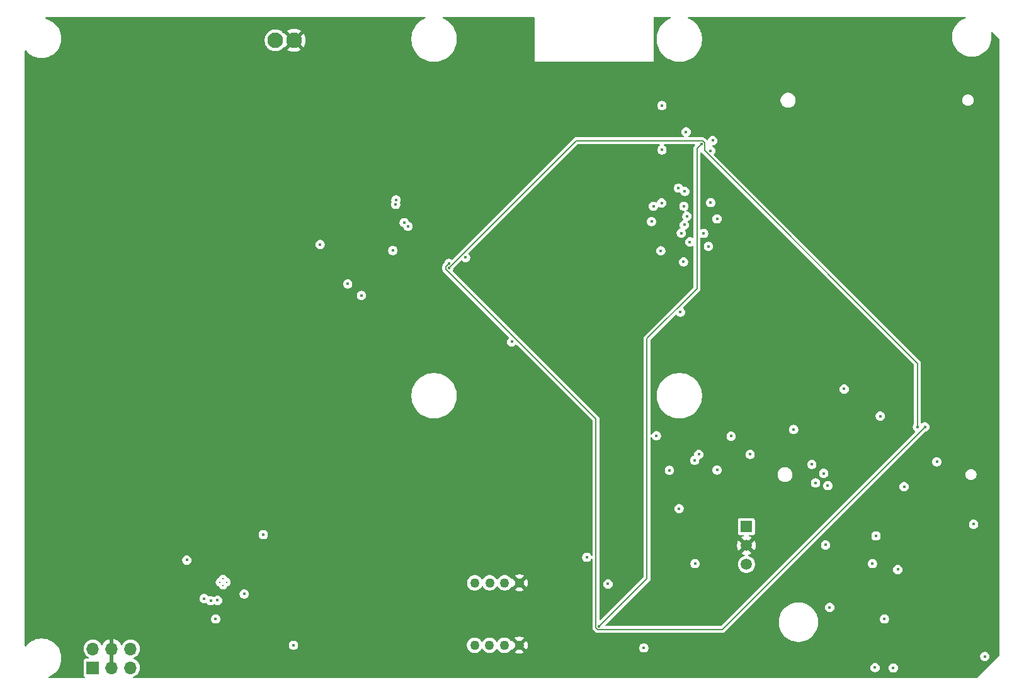
<source format=gbr>
%TF.GenerationSoftware,KiCad,Pcbnew,9.0.1*%
%TF.CreationDate,2025-04-26T19:52:48-05:00*%
%TF.ProjectId,CM5IO,434d3549-4f2e-46b6-9963-61645f706362,rev?*%
%TF.SameCoordinates,Original*%
%TF.FileFunction,Copper,L3,Inr*%
%TF.FilePolarity,Positive*%
%FSLAX46Y46*%
G04 Gerber Fmt 4.6, Leading zero omitted, Abs format (unit mm)*
G04 Created by KiCad (PCBNEW 9.0.1) date 2025-04-26 19:52:48*
%MOMM*%
%LPD*%
G01*
G04 APERTURE LIST*
%TA.AperFunction,ComponentPad*%
%ADD10C,2.100000*%
%TD*%
%TA.AperFunction,ComponentPad*%
%ADD11C,0.300000*%
%TD*%
%TA.AperFunction,ComponentPad*%
%ADD12R,1.700000X1.700000*%
%TD*%
%TA.AperFunction,ComponentPad*%
%ADD13O,1.700000X1.700000*%
%TD*%
%TA.AperFunction,ComponentPad*%
%ADD14R,1.500000X1.500000*%
%TD*%
%TA.AperFunction,ComponentPad*%
%ADD15C,1.500000*%
%TD*%
%TA.AperFunction,ComponentPad*%
%ADD16C,1.270000*%
%TD*%
%TA.AperFunction,ViaPad*%
%ADD17C,0.450000*%
%TD*%
%TA.AperFunction,Conductor*%
%ADD18C,0.300000*%
%TD*%
%TA.AperFunction,Conductor*%
%ADD19C,0.500000*%
%TD*%
%TA.AperFunction,Conductor*%
%ADD20C,0.130000*%
%TD*%
G04 APERTURE END LIST*
D10*
%TO.N,GND*%
%TO.C,J2*%
X143680000Y-73655000D03*
%TO.N,/+5v*%
X141180000Y-73655000D03*
%TD*%
D11*
%TO.N,N/C*%
%TO.C,U2*%
X134150000Y-146150000D03*
X134600000Y-146600000D03*
X134150000Y-147050000D03*
X133700000Y-146600000D03*
%TD*%
D12*
%TO.N,Net-(J6-Pin_1)*%
%TO.C,J6*%
X116625000Y-158125000D03*
D13*
%TO.N,Net-(J6-Pin_2)*%
X116625000Y-155585000D03*
%TO.N,GND*%
X119165000Y-158125000D03*
X119165000Y-155585000D03*
%TO.N,Net-(J6-Pin_5)*%
X121705000Y-158125000D03*
%TO.N,Net-(J6-Pin_6)*%
X121705000Y-155585000D03*
%TD*%
D14*
%TO.N,/CM5_GPIO ( Ethernet\u002C GPIO\u002C SDCARD)/GPIO19*%
%TO.C,Q4*%
X204500000Y-139120000D03*
D15*
%TO.N,GND*%
X204500000Y-141660000D03*
%TO.N,/PCIe-M2/W_DISABLE*%
X204500000Y-144200000D03*
%TD*%
D16*
%TO.N,/CM5_HighSpeed/VBUS*%
%TO.C,J5*%
X168000000Y-146700000D03*
%TO.N,/CM5_HighSpeed/USB3-0-D_N*%
X170000000Y-146700000D03*
%TO.N,/CM5_HighSpeed/USB3-0-D_P*%
X172000000Y-146700000D03*
%TO.N,GND*%
X174000000Y-146700000D03*
%TO.N,/CM5_HighSpeed/VBUS*%
X167970000Y-155100000D03*
%TO.N,/CM5_HighSpeed/USB3-1-D_N*%
X169970000Y-155100000D03*
%TO.N,/CM5_HighSpeed/USB3-1-D_P*%
X171970000Y-155100000D03*
%TO.N,GND*%
X173970000Y-155100000D03*
%TD*%
D17*
%TO.N,GND*%
X192650000Y-104800000D03*
X189800000Y-95500000D03*
X130900000Y-148000000D03*
X196500000Y-102650000D03*
X140360000Y-138280000D03*
X198650000Y-90800000D03*
X196350000Y-91700000D03*
%TO.N,/PCIe-M2/SIM_VDD*%
X213300000Y-130750000D03*
X221450000Y-144100000D03*
X221800000Y-158100000D03*
%TO.N,/CM5_HighSpeed/VBUS*%
X185900000Y-146850000D03*
%TO.N,/PCIe-M2/M2_3v3*%
X222500000Y-124250000D03*
X197600000Y-144100000D03*
X202450000Y-126950000D03*
X195450000Y-136700000D03*
X210850000Y-126050000D03*
%TO.N,Net-(CR1-I{slash}O1)*%
X236550000Y-156600000D03*
X224850000Y-144900000D03*
X221925000Y-140375000D03*
X215150000Y-141600000D03*
%TO.N,/+3.3v*%
X193150000Y-82450000D03*
X157350000Y-95750000D03*
X139550000Y-140200000D03*
X193150000Y-88400000D03*
X150900000Y-106450000D03*
X133150000Y-151550000D03*
%TO.N,Net-(CR1-I{slash}O3)*%
X224250000Y-158150000D03*
X223050000Y-151550000D03*
%TO.N,Net-(D6-A)*%
X200550000Y-131500000D03*
X194150000Y-131550000D03*
%TO.N,/PCIe-M2/LED_WWAN*%
X230100000Y-130400000D03*
X205000000Y-129400000D03*
%TO.N,/+5v*%
X190700000Y-155450000D03*
X198450000Y-87616000D03*
X184700000Y-152550000D03*
%TO.N,/PCIe-M2/SIM_CLK*%
X215700000Y-150000000D03*
X214900000Y-131950000D03*
%TO.N,/CM5_HighSpeed/USB2_P*%
X164500000Y-103700000D03*
X228500000Y-125700000D03*
%TO.N,/CM5_HighSpeed/USB2_N*%
X164505948Y-104280951D03*
X227500000Y-125700000D03*
%TO.N,/CM5_GPIO ( Ethernet\u002C GPIO\u002C SDCARD)/ID_SC*%
X197550000Y-130200000D03*
X199400000Y-101400000D03*
%TO.N,/CM5_GPIO ( Ethernet\u002C GPIO\u002C SDCARD)/ID_SD*%
X198100000Y-129400000D03*
X191750000Y-98050000D03*
%TO.N,/CM5_GPIO ( Ethernet\u002C GPIO\u002C SDCARD)/GPIO2*%
X136990000Y-148190000D03*
X129270000Y-143630000D03*
%TO.N,/CM5_GPIO ( Ethernet\u002C GPIO\u002C SDCARD)/GPIO3*%
X195360000Y-93560000D03*
X143610000Y-155100000D03*
%TO.N,/CM5_GPIO ( Ethernet\u002C GPIO\u002C SDCARD)/GPIO14*%
X196229000Y-94000000D03*
X213800000Y-133250000D03*
%TO.N,/CM5_GPIO ( Ethernet\u002C GPIO\u002C SDCARD)/GPIO15*%
X215450000Y-133600000D03*
X217650000Y-120600000D03*
%TO.N,/CM5_GPIO ( Ethernet\u002C GPIO\u002C SDCARD)/GPIO18*%
X196500000Y-97350000D03*
X132500000Y-149100000D03*
%TO.N,/CM5_GPIO ( Ethernet\u002C GPIO\u002C SDCARD)/GPIO27*%
X195635000Y-110250000D03*
X193100000Y-95550000D03*
%TO.N,/CM5_GPIO ( Ethernet\u002C GPIO\u002C SDCARD)/GPIO22*%
X147200000Y-101150000D03*
X192000000Y-96000000D03*
X192400000Y-126900000D03*
X196100000Y-96000000D03*
X200550000Y-97700000D03*
%TO.N,/CM5_GPIO ( Ethernet\u002C GPIO\u002C SDCARD)/GPIO6*%
X196150000Y-98500000D03*
X235050000Y-138800000D03*
%TO.N,/CM5_GPIO ( Ethernet\u002C GPIO\u002C SDCARD)/GPIO13*%
X225700000Y-133750000D03*
X195751475Y-99611796D03*
%TO.N,/CM5_GPIO ( Ethernet\u002C GPIO\u002C SDCARD)/GPIO19*%
X196050000Y-103480000D03*
X131600000Y-148800000D03*
%TO.N,/CM5_GPIO ( Ethernet\u002C GPIO\u002C SDCARD)/GPIO20*%
X198750000Y-99650000D03*
X133400000Y-149050000D03*
%TO.N,/CM5_HighSpeed/USB3-0-D_N*%
X158500000Y-98200000D03*
%TO.N,/CM5_HighSpeed/USB3-0-D_P*%
X159000000Y-98700000D03*
%TO.N,/CM5_GPIO ( Ethernet\u002C GPIO\u002C SDCARD)/TACHO*%
X193000000Y-102000000D03*
X199956550Y-87156550D03*
%TO.N,/CM5_GPIO ( Ethernet\u002C GPIO\u002C SDCARD)/PWM*%
X199700000Y-95500000D03*
X199700000Y-88550000D03*
%TO.N,Net-(Module1A-LED_nACT)*%
X156978500Y-101950000D03*
X196900000Y-100800000D03*
%TO.N,/CM5_GPIO ( Ethernet\u002C GPIO\u002C SDCARD)/nPWR_LED*%
X157400000Y-95150000D03*
X196400000Y-86000000D03*
%TO.N,/CM5_HighSpeed/PCIE_PWR_EN*%
X152750000Y-108000000D03*
X183050000Y-143250000D03*
%TO.N,/CM5_HighSpeed/VBUS_EN*%
X166750000Y-102900000D03*
X172950000Y-114250000D03*
%TD*%
D18*
%TO.N,GND*%
X160700000Y-144685000D02*
X158715000Y-146670000D01*
X147400000Y-138200000D02*
X147400000Y-137100000D01*
X144800000Y-142457919D02*
X144800000Y-140800000D01*
X139230000Y-149230000D02*
X139230000Y-148027919D01*
X144800000Y-140800000D02*
X147400000Y-138200000D01*
X160700000Y-140500000D02*
X160700000Y-144685000D01*
D19*
X175750000Y-146200000D02*
X177840000Y-146200000D01*
D18*
X139230000Y-148027919D02*
X144800000Y-142457919D01*
X148675000Y-135825000D02*
X156025000Y-135825000D01*
X147400000Y-137100000D02*
X148675000Y-135825000D01*
X156025000Y-135825000D02*
X160700000Y-140500000D01*
D20*
%TO.N,/+5v*%
X197850000Y-88216000D02*
X198450000Y-87616000D01*
X191150000Y-146100000D02*
X191150000Y-113800000D01*
X197850000Y-107100000D02*
X197850000Y-88216000D01*
X184700000Y-152550000D02*
X191150000Y-146100000D01*
X191150000Y-113800000D02*
X197850000Y-107100000D01*
%TO.N,/CM5_HighSpeed/USB2_P*%
X184527687Y-152966000D02*
X201234000Y-152966000D01*
X164089948Y-104453264D02*
X184284000Y-124647316D01*
X164089948Y-104110052D02*
X164089948Y-104453264D01*
X184284000Y-124647316D02*
X184284000Y-152722313D01*
X164500000Y-103700000D02*
X164089948Y-104110052D01*
X184284000Y-152722313D02*
X184527687Y-152966000D01*
X201234000Y-152966000D02*
X228500000Y-125700000D01*
%TO.N,/CM5_HighSpeed/USB2_N*%
X198866000Y-87443687D02*
X198622313Y-87200000D01*
X198622313Y-87200000D02*
X181586899Y-87200000D01*
X227500000Y-117135962D02*
X198866000Y-88501962D01*
X198866000Y-88501962D02*
X198866000Y-87443687D01*
X227500000Y-125700000D02*
X227500000Y-117135962D01*
X181586899Y-87200000D02*
X164505948Y-104280951D01*
%TD*%
%TA.AperFunction,Conductor*%
%TO.N,GND*%
G36*
X198488291Y-88783824D02*
G01*
X198488919Y-88783197D01*
X198492573Y-88786851D01*
X198493048Y-88787187D01*
X198493505Y-88787783D01*
X198493507Y-88787786D01*
X212780222Y-103074500D01*
X227005504Y-117299782D01*
X227033281Y-117354299D01*
X227034500Y-117369786D01*
X227034500Y-125241038D01*
X227016351Y-125296894D01*
X227016844Y-125297224D01*
X227015676Y-125298970D01*
X227015593Y-125299229D01*
X227014934Y-125300081D01*
X226945688Y-125403714D01*
X226898536Y-125517549D01*
X226874500Y-125638391D01*
X226874500Y-125761608D01*
X226898536Y-125882450D01*
X226945688Y-125996285D01*
X226945689Y-125996286D01*
X227014142Y-126098733D01*
X227101267Y-126185858D01*
X227153561Y-126220800D01*
X227191440Y-126268848D01*
X227193842Y-126329986D01*
X227168563Y-126373118D01*
X201070179Y-152471504D01*
X201015662Y-152499281D01*
X201000175Y-152500500D01*
X185646825Y-152500500D01*
X185588634Y-152481593D01*
X185552670Y-152432093D01*
X185552670Y-152370907D01*
X185576821Y-152331496D01*
X186540769Y-151367548D01*
X191435821Y-146472494D01*
X191435824Y-146472493D01*
X191522493Y-146385824D01*
X191583777Y-146279676D01*
X191615500Y-146161284D01*
X191615500Y-144038391D01*
X196974500Y-144038391D01*
X196974500Y-144161608D01*
X196998536Y-144282450D01*
X197045688Y-144396285D01*
X197045689Y-144396286D01*
X197114142Y-144498733D01*
X197201267Y-144585858D01*
X197303714Y-144654311D01*
X197417548Y-144701463D01*
X197538394Y-144725500D01*
X197538396Y-144725500D01*
X197661604Y-144725500D01*
X197661606Y-144725500D01*
X197782452Y-144701463D01*
X197896286Y-144654311D01*
X197998733Y-144585858D01*
X198085858Y-144498733D01*
X198154311Y-144396286D01*
X198201463Y-144282452D01*
X198225500Y-144161606D01*
X198225500Y-144038394D01*
X198201463Y-143917548D01*
X198154311Y-143803714D01*
X198085858Y-143701267D01*
X197998733Y-143614142D01*
X197930262Y-143568391D01*
X197896285Y-143545688D01*
X197782450Y-143498536D01*
X197661608Y-143474500D01*
X197661606Y-143474500D01*
X197538394Y-143474500D01*
X197538391Y-143474500D01*
X197417549Y-143498536D01*
X197303714Y-143545688D01*
X197201267Y-143614142D01*
X197201263Y-143614145D01*
X197114145Y-143701263D01*
X197114142Y-143701267D01*
X197045688Y-143803714D01*
X196998536Y-143917549D01*
X196974500Y-144038391D01*
X191615500Y-144038391D01*
X191615500Y-141560989D01*
X203242000Y-141560989D01*
X203242000Y-141759010D01*
X203272974Y-141954577D01*
X203334166Y-142142904D01*
X203424061Y-142319335D01*
X203424063Y-142319339D01*
X203448211Y-142352575D01*
X204100000Y-141700786D01*
X204100000Y-141712661D01*
X204127259Y-141814394D01*
X204179920Y-141905606D01*
X204254394Y-141980080D01*
X204345606Y-142032741D01*
X204447339Y-142060000D01*
X204459210Y-142060000D01*
X203807423Y-142711787D01*
X203840658Y-142735934D01*
X203840664Y-142735938D01*
X204017095Y-142825833D01*
X204205422Y-142887025D01*
X204209837Y-142887724D01*
X204264356Y-142915497D01*
X204292138Y-142970011D01*
X204282571Y-143030444D01*
X204239310Y-143073712D01*
X204224951Y-143079661D01*
X204058360Y-143133789D01*
X203897008Y-143216002D01*
X203875998Y-143231267D01*
X203750499Y-143322447D01*
X203622447Y-143450499D01*
X203594468Y-143489009D01*
X203516002Y-143597008D01*
X203433788Y-143758362D01*
X203377828Y-143930593D01*
X203349500Y-144109450D01*
X203349500Y-144290549D01*
X203377828Y-144469406D01*
X203433788Y-144641637D01*
X203476518Y-144725500D01*
X203516004Y-144802994D01*
X203622447Y-144949501D01*
X203750499Y-145077553D01*
X203897006Y-145183996D01*
X204058361Y-145266211D01*
X204230591Y-145322171D01*
X204302136Y-145333502D01*
X204409451Y-145350500D01*
X204409454Y-145350500D01*
X204590549Y-145350500D01*
X204679977Y-145336335D01*
X204769409Y-145322171D01*
X204941639Y-145266211D01*
X205102994Y-145183996D01*
X205249501Y-145077553D01*
X205377553Y-144949501D01*
X205483996Y-144802994D01*
X205566211Y-144641639D01*
X205622171Y-144469409D01*
X205641766Y-144345689D01*
X205650500Y-144290549D01*
X205650500Y-144109450D01*
X205622171Y-143930593D01*
X205622171Y-143930591D01*
X205566211Y-143758361D01*
X205483996Y-143597006D01*
X205377553Y-143450499D01*
X205249501Y-143322447D01*
X205102994Y-143216004D01*
X205102993Y-143216003D01*
X205102991Y-143216002D01*
X204941637Y-143133788D01*
X204775049Y-143079661D01*
X204725548Y-143043697D01*
X204706641Y-142985506D01*
X204725548Y-142927316D01*
X204775048Y-142891351D01*
X204790164Y-142887723D01*
X204794582Y-142887023D01*
X204982904Y-142825833D01*
X205159329Y-142735941D01*
X205159337Y-142735936D01*
X205192575Y-142711787D01*
X204540788Y-142060000D01*
X204552661Y-142060000D01*
X204654394Y-142032741D01*
X204745606Y-141980080D01*
X204820080Y-141905606D01*
X204872741Y-141814394D01*
X204900000Y-141712661D01*
X204900000Y-141700788D01*
X205551787Y-142352575D01*
X205575936Y-142319337D01*
X205575941Y-142319329D01*
X205665833Y-142142904D01*
X205727025Y-141954577D01*
X205758000Y-141759010D01*
X205758000Y-141560989D01*
X205727025Y-141365422D01*
X205665833Y-141177095D01*
X205575938Y-141000664D01*
X205575934Y-141000658D01*
X205551787Y-140967423D01*
X204900000Y-141619210D01*
X204900000Y-141607339D01*
X204872741Y-141505606D01*
X204820080Y-141414394D01*
X204745606Y-141339920D01*
X204654394Y-141287259D01*
X204552661Y-141260000D01*
X204540786Y-141260000D01*
X205192575Y-140608211D01*
X205159339Y-140584063D01*
X205159335Y-140584061D01*
X204982904Y-140494166D01*
X204888998Y-140463654D01*
X204839498Y-140427690D01*
X204820591Y-140369499D01*
X204839498Y-140311308D01*
X204888999Y-140275344D01*
X204919589Y-140270499D01*
X205281518Y-140270499D01*
X205281521Y-140270499D01*
X205281522Y-140270498D01*
X205328411Y-140263072D01*
X205375299Y-140255647D01*
X205375299Y-140255646D01*
X205375304Y-140255646D01*
X205488342Y-140198050D01*
X205578050Y-140108342D01*
X205635646Y-139995304D01*
X205650500Y-139901519D01*
X205650499Y-138338482D01*
X205650499Y-138338481D01*
X205650499Y-138338478D01*
X205650498Y-138338476D01*
X205635647Y-138244700D01*
X205635646Y-138244698D01*
X205635646Y-138244696D01*
X205578050Y-138131658D01*
X205488342Y-138041950D01*
X205375304Y-137984354D01*
X205375305Y-137984354D01*
X205281521Y-137969500D01*
X203718478Y-137969500D01*
X203718476Y-137969501D01*
X203624700Y-137984352D01*
X203624695Y-137984354D01*
X203511659Y-138041949D01*
X203421949Y-138131659D01*
X203364354Y-138244695D01*
X203349500Y-138338478D01*
X203349500Y-139901521D01*
X203349501Y-139901523D01*
X203364352Y-139995299D01*
X203364354Y-139995304D01*
X203421950Y-140108342D01*
X203511658Y-140198050D01*
X203624696Y-140255646D01*
X203718481Y-140270500D01*
X204080408Y-140270499D01*
X204138597Y-140289406D01*
X204174561Y-140338906D01*
X204174561Y-140400091D01*
X204138597Y-140449592D01*
X204111000Y-140463653D01*
X204017099Y-140494164D01*
X203840658Y-140584065D01*
X203807423Y-140608211D01*
X204459212Y-141260000D01*
X204447339Y-141260000D01*
X204345606Y-141287259D01*
X204254394Y-141339920D01*
X204179920Y-141414394D01*
X204127259Y-141505606D01*
X204100000Y-141607339D01*
X204100000Y-141619212D01*
X203448211Y-140967423D01*
X203424065Y-141000658D01*
X203334166Y-141177095D01*
X203272974Y-141365422D01*
X203242000Y-141560989D01*
X191615500Y-141560989D01*
X191615500Y-136638391D01*
X194824500Y-136638391D01*
X194824500Y-136761608D01*
X194848536Y-136882450D01*
X194895688Y-136996285D01*
X194895689Y-136996286D01*
X194964142Y-137098733D01*
X195051267Y-137185858D01*
X195153714Y-137254311D01*
X195267548Y-137301463D01*
X195388394Y-137325500D01*
X195388396Y-137325500D01*
X195511604Y-137325500D01*
X195511606Y-137325500D01*
X195632452Y-137301463D01*
X195746286Y-137254311D01*
X195848733Y-137185858D01*
X195935858Y-137098733D01*
X196004311Y-136996286D01*
X196051463Y-136882452D01*
X196075500Y-136761606D01*
X196075500Y-136638394D01*
X196051463Y-136517548D01*
X196004311Y-136403714D01*
X195935858Y-136301267D01*
X195848733Y-136214142D01*
X195746286Y-136145689D01*
X195746287Y-136145689D01*
X195746285Y-136145688D01*
X195632450Y-136098536D01*
X195511608Y-136074500D01*
X195511606Y-136074500D01*
X195388394Y-136074500D01*
X195388391Y-136074500D01*
X195267549Y-136098536D01*
X195153714Y-136145688D01*
X195051267Y-136214142D01*
X195051263Y-136214145D01*
X194964145Y-136301263D01*
X194964142Y-136301267D01*
X194895688Y-136403714D01*
X194848536Y-136517549D01*
X194824500Y-136638391D01*
X191615500Y-136638391D01*
X191615500Y-133188391D01*
X213174500Y-133188391D01*
X213174500Y-133311608D01*
X213198536Y-133432450D01*
X213245688Y-133546285D01*
X213268402Y-133580279D01*
X213314142Y-133648733D01*
X213401267Y-133735858D01*
X213503714Y-133804311D01*
X213617548Y-133851463D01*
X213738394Y-133875500D01*
X213738396Y-133875500D01*
X213861604Y-133875500D01*
X213861606Y-133875500D01*
X213982452Y-133851463D01*
X214096286Y-133804311D01*
X214198733Y-133735858D01*
X214285858Y-133648733D01*
X214354311Y-133546286D01*
X214357581Y-133538391D01*
X214824500Y-133538391D01*
X214824500Y-133661608D01*
X214848536Y-133782450D01*
X214895688Y-133896285D01*
X214895689Y-133896286D01*
X214964142Y-133998733D01*
X215051267Y-134085858D01*
X215153714Y-134154311D01*
X215267548Y-134201463D01*
X215388394Y-134225500D01*
X215388396Y-134225500D01*
X215511604Y-134225500D01*
X215511606Y-134225500D01*
X215632452Y-134201463D01*
X215746286Y-134154311D01*
X215848733Y-134085858D01*
X215935858Y-133998733D01*
X216004311Y-133896286D01*
X216051463Y-133782452D01*
X216075500Y-133661606D01*
X216075500Y-133538394D01*
X216051463Y-133417548D01*
X216004311Y-133303714D01*
X215935858Y-133201267D01*
X215848733Y-133114142D01*
X215746286Y-133045689D01*
X215746287Y-133045689D01*
X215746285Y-133045688D01*
X215632450Y-132998536D01*
X215511608Y-132974500D01*
X215511606Y-132974500D01*
X215388394Y-132974500D01*
X215388391Y-132974500D01*
X215267549Y-132998536D01*
X215153714Y-133045688D01*
X215051267Y-133114142D01*
X215051263Y-133114145D01*
X214964145Y-133201263D01*
X214964142Y-133201267D01*
X214895688Y-133303714D01*
X214848536Y-133417549D01*
X214824500Y-133538391D01*
X214357581Y-133538391D01*
X214401463Y-133432452D01*
X214425500Y-133311606D01*
X214425500Y-133188394D01*
X214401463Y-133067548D01*
X214354311Y-132953714D01*
X214285858Y-132851267D01*
X214198733Y-132764142D01*
X214097027Y-132696184D01*
X214096285Y-132695688D01*
X213982450Y-132648536D01*
X213861608Y-132624500D01*
X213861606Y-132624500D01*
X213738394Y-132624500D01*
X213738391Y-132624500D01*
X213617549Y-132648536D01*
X213503714Y-132695688D01*
X213401267Y-132764142D01*
X213401263Y-132764145D01*
X213314145Y-132851263D01*
X213314142Y-132851267D01*
X213245688Y-132953714D01*
X213198536Y-133067549D01*
X213174500Y-133188391D01*
X191615500Y-133188391D01*
X191615500Y-131488391D01*
X193524500Y-131488391D01*
X193524500Y-131611608D01*
X193548536Y-131732450D01*
X193595688Y-131846285D01*
X193595689Y-131846286D01*
X193664142Y-131948733D01*
X193751267Y-132035858D01*
X193853714Y-132104311D01*
X193967548Y-132151463D01*
X194088394Y-132175500D01*
X194088396Y-132175500D01*
X194211604Y-132175500D01*
X194211606Y-132175500D01*
X194332452Y-132151463D01*
X194446286Y-132104311D01*
X194548733Y-132035858D01*
X194635858Y-131948733D01*
X194704311Y-131846286D01*
X194751463Y-131732452D01*
X194775500Y-131611606D01*
X194775500Y-131488394D01*
X194765554Y-131438391D01*
X199924500Y-131438391D01*
X199924500Y-131561608D01*
X199948536Y-131682450D01*
X199995688Y-131796285D01*
X199995689Y-131796286D01*
X200064142Y-131898733D01*
X200151267Y-131985858D01*
X200253714Y-132054311D01*
X200367548Y-132101463D01*
X200488394Y-132125500D01*
X200488396Y-132125500D01*
X200611604Y-132125500D01*
X200611606Y-132125500D01*
X200732452Y-132101463D01*
X200846286Y-132054311D01*
X200892486Y-132023441D01*
X208709500Y-132023441D01*
X208709500Y-132218558D01*
X208747564Y-132409917D01*
X208747564Y-132409919D01*
X208822227Y-132590173D01*
X208822233Y-132590185D01*
X208892730Y-132695689D01*
X208930628Y-132752407D01*
X209068593Y-132890372D01*
X209137757Y-132936586D01*
X209230814Y-132998766D01*
X209230826Y-132998772D01*
X209297412Y-133026352D01*
X209411082Y-133073436D01*
X209602444Y-133111500D01*
X209602445Y-133111500D01*
X209797555Y-133111500D01*
X209797556Y-133111500D01*
X209988918Y-133073436D01*
X210169178Y-132998770D01*
X210169180Y-132998768D01*
X210169185Y-132998766D01*
X210236609Y-132953714D01*
X210331407Y-132890372D01*
X210469372Y-132752407D01*
X210554837Y-132624500D01*
X210577766Y-132590185D01*
X210577772Y-132590173D01*
X210626821Y-132471758D01*
X210652436Y-132409918D01*
X210690500Y-132218556D01*
X210690500Y-132023444D01*
X210663636Y-131888391D01*
X214274500Y-131888391D01*
X214274500Y-132011608D01*
X214298536Y-132132450D01*
X214345688Y-132246285D01*
X214345689Y-132246286D01*
X214414142Y-132348733D01*
X214501267Y-132435858D01*
X214603714Y-132504311D01*
X214717548Y-132551463D01*
X214838394Y-132575500D01*
X214838396Y-132575500D01*
X214961604Y-132575500D01*
X214961606Y-132575500D01*
X215082452Y-132551463D01*
X215196286Y-132504311D01*
X215298733Y-132435858D01*
X215385858Y-132348733D01*
X215454311Y-132246286D01*
X215501463Y-132132452D01*
X215525500Y-132011606D01*
X215525500Y-131888394D01*
X215501463Y-131767548D01*
X215454311Y-131653714D01*
X215385858Y-131551267D01*
X215298733Y-131464142D01*
X215196286Y-131395689D01*
X215196287Y-131395689D01*
X215196285Y-131395688D01*
X215082450Y-131348536D01*
X214961608Y-131324500D01*
X214961606Y-131324500D01*
X214838394Y-131324500D01*
X214838391Y-131324500D01*
X214717549Y-131348536D01*
X214603714Y-131395688D01*
X214501267Y-131464142D01*
X214501263Y-131464145D01*
X214414145Y-131551263D01*
X214414142Y-131551267D01*
X214345688Y-131653714D01*
X214298536Y-131767549D01*
X214274500Y-131888391D01*
X210663636Y-131888391D01*
X210652436Y-131832082D01*
X210611167Y-131732450D01*
X210577772Y-131651826D01*
X210577766Y-131651814D01*
X210510581Y-131551267D01*
X210469372Y-131489593D01*
X210331407Y-131351628D01*
X210280403Y-131317548D01*
X210169185Y-131243233D01*
X210169173Y-131243227D01*
X209988918Y-131168564D01*
X209797558Y-131130500D01*
X209797556Y-131130500D01*
X209602444Y-131130500D01*
X209602441Y-131130500D01*
X209411082Y-131168564D01*
X209411080Y-131168564D01*
X209230826Y-131243227D01*
X209230814Y-131243233D01*
X209068593Y-131351628D01*
X209068589Y-131351631D01*
X208930631Y-131489589D01*
X208930628Y-131489593D01*
X208822233Y-131651814D01*
X208822227Y-131651826D01*
X208747564Y-131832080D01*
X208747564Y-131832082D01*
X208709500Y-132023441D01*
X200892486Y-132023441D01*
X200948733Y-131985858D01*
X201035858Y-131898733D01*
X201104311Y-131796286D01*
X201151463Y-131682452D01*
X201175500Y-131561606D01*
X201175500Y-131438394D01*
X201151463Y-131317548D01*
X201104311Y-131203714D01*
X201035858Y-131101267D01*
X200948733Y-131014142D01*
X200859190Y-130954311D01*
X200846285Y-130945688D01*
X200732450Y-130898536D01*
X200611608Y-130874500D01*
X200611606Y-130874500D01*
X200488394Y-130874500D01*
X200488391Y-130874500D01*
X200367549Y-130898536D01*
X200253714Y-130945688D01*
X200151267Y-131014142D01*
X200151263Y-131014145D01*
X200064145Y-131101263D01*
X200064142Y-131101267D01*
X199995688Y-131203714D01*
X199948536Y-131317549D01*
X199924500Y-131438391D01*
X194765554Y-131438391D01*
X194751463Y-131367548D01*
X194704311Y-131253714D01*
X194635858Y-131151267D01*
X194548733Y-131064142D01*
X194473903Y-131014142D01*
X194446285Y-130995688D01*
X194332450Y-130948536D01*
X194211608Y-130924500D01*
X194211606Y-130924500D01*
X194088394Y-130924500D01*
X194088391Y-130924500D01*
X193967549Y-130948536D01*
X193853714Y-130995688D01*
X193751267Y-131064142D01*
X193751263Y-131064145D01*
X193664145Y-131151263D01*
X193664142Y-131151267D01*
X193595688Y-131253714D01*
X193548536Y-131367549D01*
X193524500Y-131488391D01*
X191615500Y-131488391D01*
X191615500Y-130138391D01*
X196924500Y-130138391D01*
X196924500Y-130261608D01*
X196948536Y-130382450D01*
X196995688Y-130496285D01*
X196995689Y-130496286D01*
X197064142Y-130598733D01*
X197151267Y-130685858D01*
X197253714Y-130754311D01*
X197367548Y-130801463D01*
X197488394Y-130825500D01*
X197488396Y-130825500D01*
X197611604Y-130825500D01*
X197611606Y-130825500D01*
X197732452Y-130801463D01*
X197846286Y-130754311D01*
X197944942Y-130688391D01*
X212674500Y-130688391D01*
X212674500Y-130811608D01*
X212698536Y-130932450D01*
X212745688Y-131046285D01*
X212745689Y-131046286D01*
X212814142Y-131148733D01*
X212901267Y-131235858D01*
X213003714Y-131304311D01*
X213117548Y-131351463D01*
X213238394Y-131375500D01*
X213238396Y-131375500D01*
X213361604Y-131375500D01*
X213361606Y-131375500D01*
X213482452Y-131351463D01*
X213596286Y-131304311D01*
X213698733Y-131235858D01*
X213785858Y-131148733D01*
X213854311Y-131046286D01*
X213901463Y-130932452D01*
X213925500Y-130811606D01*
X213925500Y-130688394D01*
X213901463Y-130567548D01*
X213854311Y-130453714D01*
X213785858Y-130351267D01*
X213698733Y-130264142D01*
X213596286Y-130195689D01*
X213596287Y-130195689D01*
X213596285Y-130195688D01*
X213482450Y-130148536D01*
X213361608Y-130124500D01*
X213361606Y-130124500D01*
X213238394Y-130124500D01*
X213238391Y-130124500D01*
X213117549Y-130148536D01*
X213003714Y-130195688D01*
X212901267Y-130264142D01*
X212901263Y-130264145D01*
X212814145Y-130351263D01*
X212814142Y-130351267D01*
X212745688Y-130453714D01*
X212698536Y-130567549D01*
X212674500Y-130688391D01*
X197944942Y-130688391D01*
X197948733Y-130685858D01*
X198035858Y-130598733D01*
X198104311Y-130496286D01*
X198151463Y-130382452D01*
X198175500Y-130261606D01*
X198175500Y-130138394D01*
X198175443Y-130138110D01*
X198172684Y-130124235D01*
X198179876Y-130063474D01*
X198221409Y-130018544D01*
X198250467Y-130007824D01*
X198282452Y-130001463D01*
X198396286Y-129954311D01*
X198498733Y-129885858D01*
X198585858Y-129798733D01*
X198654311Y-129696286D01*
X198701463Y-129582452D01*
X198725500Y-129461606D01*
X198725500Y-129338394D01*
X198725499Y-129338391D01*
X204374500Y-129338391D01*
X204374500Y-129461608D01*
X204398536Y-129582450D01*
X204445688Y-129696285D01*
X204445689Y-129696286D01*
X204514142Y-129798733D01*
X204601267Y-129885858D01*
X204703714Y-129954311D01*
X204817548Y-130001463D01*
X204938394Y-130025500D01*
X204938396Y-130025500D01*
X205061604Y-130025500D01*
X205061606Y-130025500D01*
X205182452Y-130001463D01*
X205296286Y-129954311D01*
X205398733Y-129885858D01*
X205485858Y-129798733D01*
X205554311Y-129696286D01*
X205601463Y-129582452D01*
X205625500Y-129461606D01*
X205625500Y-129338394D01*
X205601463Y-129217548D01*
X205554311Y-129103714D01*
X205485858Y-129001267D01*
X205398733Y-128914142D01*
X205296286Y-128845689D01*
X205296287Y-128845689D01*
X205296285Y-128845688D01*
X205182450Y-128798536D01*
X205061608Y-128774500D01*
X205061606Y-128774500D01*
X204938394Y-128774500D01*
X204938391Y-128774500D01*
X204817549Y-128798536D01*
X204703714Y-128845688D01*
X204601267Y-128914142D01*
X204601263Y-128914145D01*
X204514145Y-129001263D01*
X204514142Y-129001267D01*
X204445688Y-129103714D01*
X204398536Y-129217549D01*
X204374500Y-129338391D01*
X198725499Y-129338391D01*
X198701463Y-129217548D01*
X198654311Y-129103714D01*
X198585858Y-129001267D01*
X198498733Y-128914142D01*
X198396286Y-128845689D01*
X198396287Y-128845689D01*
X198396285Y-128845688D01*
X198282450Y-128798536D01*
X198161608Y-128774500D01*
X198161606Y-128774500D01*
X198038394Y-128774500D01*
X198038391Y-128774500D01*
X197917549Y-128798536D01*
X197803714Y-128845688D01*
X197701267Y-128914142D01*
X197701263Y-128914145D01*
X197614145Y-129001263D01*
X197614142Y-129001267D01*
X197545688Y-129103714D01*
X197498536Y-129217549D01*
X197474500Y-129338391D01*
X197474500Y-129461610D01*
X197477316Y-129475768D01*
X197470121Y-129536529D01*
X197428586Y-129581457D01*
X197399532Y-129592175D01*
X197367548Y-129598537D01*
X197253714Y-129645688D01*
X197151267Y-129714142D01*
X197151263Y-129714145D01*
X197064145Y-129801263D01*
X197064142Y-129801267D01*
X196995688Y-129903714D01*
X196948536Y-130017549D01*
X196924500Y-130138391D01*
X191615500Y-130138391D01*
X191615500Y-127138267D01*
X191634407Y-127080076D01*
X191683907Y-127044112D01*
X191745093Y-127044112D01*
X191794593Y-127080076D01*
X191805964Y-127100382D01*
X191845687Y-127196283D01*
X191845687Y-127196284D01*
X191879097Y-127246285D01*
X191914142Y-127298733D01*
X192001267Y-127385858D01*
X192103714Y-127454311D01*
X192217548Y-127501463D01*
X192338394Y-127525500D01*
X192338396Y-127525500D01*
X192461604Y-127525500D01*
X192461606Y-127525500D01*
X192582452Y-127501463D01*
X192696286Y-127454311D01*
X192798733Y-127385858D01*
X192885858Y-127298733D01*
X192954311Y-127196286D01*
X193001463Y-127082452D01*
X193025500Y-126961606D01*
X193025500Y-126888391D01*
X201824500Y-126888391D01*
X201824500Y-127011608D01*
X201848536Y-127132450D01*
X201895688Y-127246285D01*
X201895689Y-127246286D01*
X201964142Y-127348733D01*
X202051267Y-127435858D01*
X202153714Y-127504311D01*
X202267548Y-127551463D01*
X202388394Y-127575500D01*
X202388396Y-127575500D01*
X202511604Y-127575500D01*
X202511606Y-127575500D01*
X202632452Y-127551463D01*
X202746286Y-127504311D01*
X202848733Y-127435858D01*
X202935858Y-127348733D01*
X203004311Y-127246286D01*
X203051463Y-127132452D01*
X203075500Y-127011606D01*
X203075500Y-126888394D01*
X203051463Y-126767548D01*
X203004311Y-126653714D01*
X202935858Y-126551267D01*
X202848733Y-126464142D01*
X202746286Y-126395689D01*
X202746287Y-126395689D01*
X202746285Y-126395688D01*
X202632450Y-126348536D01*
X202511608Y-126324500D01*
X202511606Y-126324500D01*
X202388394Y-126324500D01*
X202388391Y-126324500D01*
X202267549Y-126348536D01*
X202153714Y-126395688D01*
X202051267Y-126464142D01*
X202051263Y-126464145D01*
X201964145Y-126551263D01*
X201964142Y-126551267D01*
X201895688Y-126653714D01*
X201848536Y-126767549D01*
X201824500Y-126888391D01*
X193025500Y-126888391D01*
X193025500Y-126838394D01*
X193001463Y-126717548D01*
X192954311Y-126603714D01*
X192885858Y-126501267D01*
X192798733Y-126414142D01*
X192730279Y-126368402D01*
X192696285Y-126345688D01*
X192582450Y-126298536D01*
X192461608Y-126274500D01*
X192461606Y-126274500D01*
X192338394Y-126274500D01*
X192338391Y-126274500D01*
X192217549Y-126298536D01*
X192103714Y-126345688D01*
X192001267Y-126414142D01*
X192001263Y-126414145D01*
X191914145Y-126501263D01*
X191914142Y-126501267D01*
X191845688Y-126603714D01*
X191805964Y-126699618D01*
X191766227Y-126746143D01*
X191706732Y-126760427D01*
X191650205Y-126737012D01*
X191618235Y-126684843D01*
X191615500Y-126661732D01*
X191615500Y-125988391D01*
X210224500Y-125988391D01*
X210224500Y-126111608D01*
X210248536Y-126232450D01*
X210295688Y-126346285D01*
X210313618Y-126373118D01*
X210364142Y-126448733D01*
X210451267Y-126535858D01*
X210553714Y-126604311D01*
X210667548Y-126651463D01*
X210788394Y-126675500D01*
X210788396Y-126675500D01*
X210911604Y-126675500D01*
X210911606Y-126675500D01*
X211032452Y-126651463D01*
X211146286Y-126604311D01*
X211248733Y-126535858D01*
X211335858Y-126448733D01*
X211404311Y-126346286D01*
X211451463Y-126232452D01*
X211475500Y-126111606D01*
X211475500Y-125988394D01*
X211451463Y-125867548D01*
X211404311Y-125753714D01*
X211335858Y-125651267D01*
X211248733Y-125564142D01*
X211146286Y-125495689D01*
X211146287Y-125495689D01*
X211146285Y-125495688D01*
X211032450Y-125448536D01*
X210911608Y-125424500D01*
X210911606Y-125424500D01*
X210788394Y-125424500D01*
X210788391Y-125424500D01*
X210667549Y-125448536D01*
X210553714Y-125495688D01*
X210451267Y-125564142D01*
X210451263Y-125564145D01*
X210364145Y-125651263D01*
X210364142Y-125651267D01*
X210295688Y-125753714D01*
X210248536Y-125867549D01*
X210224500Y-125988391D01*
X191615500Y-125988391D01*
X191615500Y-121328686D01*
X192449500Y-121328686D01*
X192449500Y-121671313D01*
X192487860Y-122011781D01*
X192564103Y-122345820D01*
X192677263Y-122669213D01*
X192677264Y-122669215D01*
X192825916Y-122977895D01*
X192825920Y-122977902D01*
X192825924Y-122977910D01*
X193008211Y-123268018D01*
X193221834Y-123535893D01*
X193464107Y-123778166D01*
X193731982Y-123991789D01*
X194022090Y-124174076D01*
X194022101Y-124174081D01*
X194022104Y-124174083D01*
X194124660Y-124223471D01*
X194330785Y-124322736D01*
X194441544Y-124361492D01*
X194654179Y-124435896D01*
X194654182Y-124435896D01*
X194654183Y-124435897D01*
X194988217Y-124512139D01*
X195328688Y-124550500D01*
X195328689Y-124550500D01*
X195671311Y-124550500D01*
X195671312Y-124550500D01*
X196011783Y-124512139D01*
X196345817Y-124435897D01*
X196669215Y-124322736D01*
X196948185Y-124188391D01*
X221874500Y-124188391D01*
X221874500Y-124311608D01*
X221898536Y-124432450D01*
X221945688Y-124546285D01*
X221968402Y-124580279D01*
X222014142Y-124648733D01*
X222101267Y-124735858D01*
X222203714Y-124804311D01*
X222317548Y-124851463D01*
X222438394Y-124875500D01*
X222438396Y-124875500D01*
X222561604Y-124875500D01*
X222561606Y-124875500D01*
X222682452Y-124851463D01*
X222796286Y-124804311D01*
X222898733Y-124735858D01*
X222985858Y-124648733D01*
X223054311Y-124546286D01*
X223101463Y-124432452D01*
X223125500Y-124311606D01*
X223125500Y-124188394D01*
X223101463Y-124067548D01*
X223054311Y-123953714D01*
X222985858Y-123851267D01*
X222898733Y-123764142D01*
X222796286Y-123695689D01*
X222796287Y-123695689D01*
X222796285Y-123695688D01*
X222682450Y-123648536D01*
X222561608Y-123624500D01*
X222561606Y-123624500D01*
X222438394Y-123624500D01*
X222438391Y-123624500D01*
X222317549Y-123648536D01*
X222203714Y-123695688D01*
X222101267Y-123764142D01*
X222101263Y-123764145D01*
X222014145Y-123851263D01*
X222014142Y-123851267D01*
X221945688Y-123953714D01*
X221898536Y-124067549D01*
X221874500Y-124188391D01*
X196948185Y-124188391D01*
X196977910Y-124174076D01*
X197268018Y-123991789D01*
X197535893Y-123778166D01*
X197778166Y-123535893D01*
X197991789Y-123268018D01*
X198174076Y-122977910D01*
X198322736Y-122669215D01*
X198435897Y-122345817D01*
X198512139Y-122011783D01*
X198550500Y-121671312D01*
X198550500Y-121328688D01*
X198512139Y-120988217D01*
X198435897Y-120654183D01*
X198395380Y-120538391D01*
X217024500Y-120538391D01*
X217024500Y-120661608D01*
X217048536Y-120782450D01*
X217095688Y-120896285D01*
X217095689Y-120896286D01*
X217164142Y-120998733D01*
X217251267Y-121085858D01*
X217353714Y-121154311D01*
X217467548Y-121201463D01*
X217588394Y-121225500D01*
X217588396Y-121225500D01*
X217711604Y-121225500D01*
X217711606Y-121225500D01*
X217832452Y-121201463D01*
X217946286Y-121154311D01*
X218048733Y-121085858D01*
X218135858Y-120998733D01*
X218204311Y-120896286D01*
X218251463Y-120782452D01*
X218275500Y-120661606D01*
X218275500Y-120538394D01*
X218251463Y-120417548D01*
X218204311Y-120303714D01*
X218135858Y-120201267D01*
X218048733Y-120114142D01*
X217946286Y-120045689D01*
X217946287Y-120045689D01*
X217946285Y-120045688D01*
X217832450Y-119998536D01*
X217711608Y-119974500D01*
X217711606Y-119974500D01*
X217588394Y-119974500D01*
X217588391Y-119974500D01*
X217467549Y-119998536D01*
X217353714Y-120045688D01*
X217251267Y-120114142D01*
X217251263Y-120114145D01*
X217164145Y-120201263D01*
X217164142Y-120201267D01*
X217095688Y-120303714D01*
X217048536Y-120417549D01*
X217024500Y-120538391D01*
X198395380Y-120538391D01*
X198322736Y-120330785D01*
X198174076Y-120022090D01*
X197991789Y-119731982D01*
X197778166Y-119464107D01*
X197535893Y-119221834D01*
X197268018Y-119008211D01*
X196977910Y-118825924D01*
X196977902Y-118825920D01*
X196977895Y-118825916D01*
X196669215Y-118677264D01*
X196669213Y-118677263D01*
X196345820Y-118564103D01*
X196011781Y-118487860D01*
X195671313Y-118449500D01*
X195671312Y-118449500D01*
X195328688Y-118449500D01*
X195328686Y-118449500D01*
X194988218Y-118487860D01*
X194654179Y-118564103D01*
X194330786Y-118677263D01*
X194330784Y-118677264D01*
X194022104Y-118825916D01*
X194022092Y-118825923D01*
X193731981Y-119008211D01*
X193464108Y-119221833D01*
X193221833Y-119464108D01*
X193008211Y-119731981D01*
X192878791Y-119937951D01*
X192840724Y-119998537D01*
X192825923Y-120022092D01*
X192825916Y-120022104D01*
X192677264Y-120330784D01*
X192677263Y-120330786D01*
X192564103Y-120654179D01*
X192487860Y-120988218D01*
X192449500Y-121328686D01*
X191615500Y-121328686D01*
X191615500Y-114033824D01*
X191634407Y-113975633D01*
X191644490Y-113963826D01*
X194987917Y-110620398D01*
X195042432Y-110592623D01*
X195102864Y-110602194D01*
X195140232Y-110635399D01*
X195149142Y-110648733D01*
X195236267Y-110735858D01*
X195338714Y-110804311D01*
X195452548Y-110851463D01*
X195573394Y-110875500D01*
X195573396Y-110875500D01*
X195696604Y-110875500D01*
X195696606Y-110875500D01*
X195817452Y-110851463D01*
X195931286Y-110804311D01*
X196033733Y-110735858D01*
X196120858Y-110648733D01*
X196189311Y-110546286D01*
X196236463Y-110432452D01*
X196260500Y-110311606D01*
X196260500Y-110188394D01*
X196236463Y-110067548D01*
X196189311Y-109953714D01*
X196120858Y-109851267D01*
X196033733Y-109764142D01*
X196033608Y-109764058D01*
X196020399Y-109755232D01*
X195982522Y-109707181D01*
X195980122Y-109646042D01*
X196005398Y-109602917D01*
X198222493Y-107385824D01*
X198283777Y-107279676D01*
X198315501Y-107161284D01*
X198315501Y-107038716D01*
X198315501Y-107032654D01*
X198315500Y-107032636D01*
X198315500Y-101338391D01*
X198774500Y-101338391D01*
X198774500Y-101461608D01*
X198798536Y-101582450D01*
X198845688Y-101696285D01*
X198845689Y-101696286D01*
X198914142Y-101798733D01*
X199001267Y-101885858D01*
X199103714Y-101954311D01*
X199217548Y-102001463D01*
X199338394Y-102025500D01*
X199338396Y-102025500D01*
X199461604Y-102025500D01*
X199461606Y-102025500D01*
X199582452Y-102001463D01*
X199696286Y-101954311D01*
X199798733Y-101885858D01*
X199885858Y-101798733D01*
X199954311Y-101696286D01*
X200001463Y-101582452D01*
X200025500Y-101461606D01*
X200025500Y-101338394D01*
X200001463Y-101217548D01*
X199954311Y-101103714D01*
X199885858Y-101001267D01*
X199798733Y-100914142D01*
X199730279Y-100868402D01*
X199696285Y-100845688D01*
X199582450Y-100798536D01*
X199461608Y-100774500D01*
X199461606Y-100774500D01*
X199338394Y-100774500D01*
X199338391Y-100774500D01*
X199217549Y-100798536D01*
X199103714Y-100845688D01*
X199001267Y-100914142D01*
X199001263Y-100914145D01*
X198914145Y-101001263D01*
X198914142Y-101001267D01*
X198845688Y-101103714D01*
X198798536Y-101217549D01*
X198774500Y-101338391D01*
X198315500Y-101338391D01*
X198315500Y-100295224D01*
X198334407Y-100237033D01*
X198383907Y-100201069D01*
X198445093Y-100201069D01*
X198452386Y-100203760D01*
X198453710Y-100204308D01*
X198453714Y-100204311D01*
X198567548Y-100251463D01*
X198688394Y-100275500D01*
X198688396Y-100275500D01*
X198811604Y-100275500D01*
X198811606Y-100275500D01*
X198932452Y-100251463D01*
X199046286Y-100204311D01*
X199148733Y-100135858D01*
X199235858Y-100048733D01*
X199304311Y-99946286D01*
X199351463Y-99832452D01*
X199375500Y-99711606D01*
X199375500Y-99588394D01*
X199351463Y-99467548D01*
X199304311Y-99353714D01*
X199235858Y-99251267D01*
X199148733Y-99164142D01*
X199080279Y-99118402D01*
X199046285Y-99095688D01*
X198932450Y-99048536D01*
X198811608Y-99024500D01*
X198811606Y-99024500D01*
X198688394Y-99024500D01*
X198688391Y-99024500D01*
X198567549Y-99048536D01*
X198452386Y-99096239D01*
X198391389Y-99101040D01*
X198339220Y-99069070D01*
X198315805Y-99012542D01*
X198315500Y-99004775D01*
X198315500Y-97638391D01*
X199924500Y-97638391D01*
X199924500Y-97761608D01*
X199948536Y-97882450D01*
X199995688Y-97996285D01*
X200018402Y-98030279D01*
X200064142Y-98098733D01*
X200151267Y-98185858D01*
X200253714Y-98254311D01*
X200367548Y-98301463D01*
X200488394Y-98325500D01*
X200488396Y-98325500D01*
X200611604Y-98325500D01*
X200611606Y-98325500D01*
X200732452Y-98301463D01*
X200846286Y-98254311D01*
X200948733Y-98185858D01*
X201035858Y-98098733D01*
X201104311Y-97996286D01*
X201151463Y-97882452D01*
X201175500Y-97761606D01*
X201175500Y-97638394D01*
X201151463Y-97517548D01*
X201104311Y-97403714D01*
X201035858Y-97301267D01*
X200948733Y-97214142D01*
X200846286Y-97145689D01*
X200846287Y-97145689D01*
X200846285Y-97145688D01*
X200732450Y-97098536D01*
X200611608Y-97074500D01*
X200611606Y-97074500D01*
X200488394Y-97074500D01*
X200488391Y-97074500D01*
X200367549Y-97098536D01*
X200253714Y-97145688D01*
X200151267Y-97214142D01*
X200151263Y-97214145D01*
X200064145Y-97301263D01*
X200064142Y-97301267D01*
X199995688Y-97403714D01*
X199948536Y-97517549D01*
X199924500Y-97638391D01*
X198315500Y-97638391D01*
X198315500Y-95438391D01*
X199074500Y-95438391D01*
X199074500Y-95561608D01*
X199098536Y-95682450D01*
X199145688Y-95796285D01*
X199168402Y-95830279D01*
X199214142Y-95898733D01*
X199301267Y-95985858D01*
X199403714Y-96054311D01*
X199517548Y-96101463D01*
X199638394Y-96125500D01*
X199638396Y-96125500D01*
X199761604Y-96125500D01*
X199761606Y-96125500D01*
X199882452Y-96101463D01*
X199996286Y-96054311D01*
X200098733Y-95985858D01*
X200185858Y-95898733D01*
X200254311Y-95796286D01*
X200301463Y-95682452D01*
X200325500Y-95561606D01*
X200325500Y-95438394D01*
X200301463Y-95317548D01*
X200254311Y-95203714D01*
X200185858Y-95101267D01*
X200098733Y-95014142D01*
X200029000Y-94967548D01*
X199996285Y-94945688D01*
X199882450Y-94898536D01*
X199761608Y-94874500D01*
X199761606Y-94874500D01*
X199638394Y-94874500D01*
X199638391Y-94874500D01*
X199517549Y-94898536D01*
X199403714Y-94945688D01*
X199301267Y-95014142D01*
X199301263Y-95014145D01*
X199214145Y-95101263D01*
X199214142Y-95101267D01*
X199145688Y-95203714D01*
X199098536Y-95317549D01*
X199074500Y-95438391D01*
X198315500Y-95438391D01*
X198315500Y-88847446D01*
X198334407Y-88789255D01*
X198383907Y-88753291D01*
X198445093Y-88753291D01*
X198488291Y-88783824D01*
G37*
%TD.AperFunction*%
%TA.AperFunction,Conductor*%
G36*
X192855218Y-87684407D02*
G01*
X192891182Y-87733907D01*
X192891182Y-87795093D01*
X192855218Y-87844593D01*
X192852029Y-87846815D01*
X192751267Y-87914142D01*
X192751263Y-87914145D01*
X192664145Y-88001263D01*
X192664142Y-88001267D01*
X192595688Y-88103714D01*
X192548536Y-88217549D01*
X192524500Y-88338391D01*
X192524500Y-88461608D01*
X192548536Y-88582450D01*
X192595688Y-88696285D01*
X192595689Y-88696286D01*
X192664142Y-88798733D01*
X192751267Y-88885858D01*
X192853714Y-88954311D01*
X192967548Y-89001463D01*
X193088394Y-89025500D01*
X193088396Y-89025500D01*
X193211604Y-89025500D01*
X193211606Y-89025500D01*
X193332452Y-89001463D01*
X193446286Y-88954311D01*
X193548733Y-88885858D01*
X193635858Y-88798733D01*
X193704311Y-88696286D01*
X193751463Y-88582452D01*
X193775500Y-88461606D01*
X193775500Y-88338394D01*
X193751463Y-88217548D01*
X193704311Y-88103714D01*
X193635858Y-88001267D01*
X193548733Y-87914142D01*
X193447970Y-87846814D01*
X193410092Y-87798765D01*
X193407690Y-87737627D01*
X193441683Y-87686753D01*
X193499087Y-87665576D01*
X193502973Y-87665500D01*
X197503176Y-87665500D01*
X197561367Y-87684407D01*
X197597331Y-87733907D01*
X197597331Y-87795093D01*
X197573181Y-87834501D01*
X197522481Y-87885202D01*
X197477505Y-87930178D01*
X197416224Y-88036319D01*
X197416221Y-88036326D01*
X197408768Y-88064140D01*
X197408769Y-88064141D01*
X197384500Y-88154716D01*
X197384500Y-100186234D01*
X197365593Y-100244425D01*
X197316093Y-100280389D01*
X197254907Y-100280389D01*
X197230498Y-100268549D01*
X197196285Y-100245688D01*
X197082450Y-100198536D01*
X196961608Y-100174500D01*
X196961606Y-100174500D01*
X196838394Y-100174500D01*
X196838391Y-100174500D01*
X196717549Y-100198536D01*
X196603714Y-100245688D01*
X196501267Y-100314142D01*
X196501263Y-100314145D01*
X196414145Y-100401263D01*
X196414142Y-100401267D01*
X196345688Y-100503714D01*
X196298536Y-100617549D01*
X196274500Y-100738391D01*
X196274500Y-100861608D01*
X196298536Y-100982450D01*
X196345688Y-101096285D01*
X196345689Y-101096286D01*
X196414142Y-101198733D01*
X196501267Y-101285858D01*
X196603714Y-101354311D01*
X196717548Y-101401463D01*
X196838394Y-101425500D01*
X196838396Y-101425500D01*
X196961604Y-101425500D01*
X196961606Y-101425500D01*
X197082452Y-101401463D01*
X197196286Y-101354311D01*
X197230499Y-101331450D01*
X197289385Y-101314841D01*
X197346789Y-101336017D01*
X197380783Y-101386890D01*
X197384500Y-101413765D01*
X197384500Y-106866175D01*
X197365593Y-106924366D01*
X197355504Y-106936179D01*
X190777505Y-113514178D01*
X190716222Y-113620322D01*
X190716222Y-113620323D01*
X190716223Y-113620324D01*
X190684500Y-113738717D01*
X190684500Y-145866175D01*
X190665593Y-145924366D01*
X190655504Y-145936179D01*
X184918504Y-151673179D01*
X184863987Y-151700956D01*
X184803555Y-151691385D01*
X184760290Y-151648120D01*
X184749500Y-151603175D01*
X184749500Y-146788391D01*
X185274500Y-146788391D01*
X185274500Y-146911608D01*
X185298536Y-147032450D01*
X185345688Y-147146285D01*
X185349880Y-147152559D01*
X185414142Y-147248733D01*
X185501267Y-147335858D01*
X185603714Y-147404311D01*
X185717548Y-147451463D01*
X185838394Y-147475500D01*
X185838396Y-147475500D01*
X185961604Y-147475500D01*
X185961606Y-147475500D01*
X186082452Y-147451463D01*
X186196286Y-147404311D01*
X186298733Y-147335858D01*
X186385858Y-147248733D01*
X186454311Y-147146286D01*
X186501463Y-147032452D01*
X186525500Y-146911606D01*
X186525500Y-146788394D01*
X186501463Y-146667548D01*
X186454311Y-146553714D01*
X186385858Y-146451267D01*
X186298733Y-146364142D01*
X186196286Y-146295689D01*
X186196287Y-146295689D01*
X186196285Y-146295688D01*
X186082450Y-146248536D01*
X185961608Y-146224500D01*
X185961606Y-146224500D01*
X185838394Y-146224500D01*
X185838391Y-146224500D01*
X185717549Y-146248536D01*
X185603714Y-146295688D01*
X185501267Y-146364142D01*
X185501263Y-146364145D01*
X185414145Y-146451263D01*
X185414142Y-146451267D01*
X185345688Y-146553714D01*
X185298536Y-146667549D01*
X185274500Y-146788391D01*
X184749500Y-146788391D01*
X184749500Y-124586032D01*
X184738850Y-124546286D01*
X184738850Y-124546285D01*
X184717777Y-124467639D01*
X184695345Y-124428786D01*
X184695344Y-124428784D01*
X184695344Y-124428783D01*
X184673623Y-124391163D01*
X184656493Y-124361492D01*
X184569824Y-124274823D01*
X184569821Y-124274821D01*
X165042398Y-104747397D01*
X165014621Y-104692880D01*
X165024192Y-104632448D01*
X165030074Y-104622410D01*
X165060259Y-104577237D01*
X165107411Y-104463403D01*
X165131448Y-104342557D01*
X165132397Y-104337786D01*
X165134489Y-104338202D01*
X165155606Y-104289857D01*
X165159624Y-104285591D01*
X166135308Y-103309906D01*
X166189825Y-103282130D01*
X166250257Y-103291701D01*
X166275316Y-103309907D01*
X166351267Y-103385858D01*
X166453714Y-103454311D01*
X166567548Y-103501463D01*
X166688394Y-103525500D01*
X166688396Y-103525500D01*
X166811604Y-103525500D01*
X166811606Y-103525500D01*
X166932452Y-103501463D01*
X167046286Y-103454311D01*
X167100044Y-103418391D01*
X195424500Y-103418391D01*
X195424500Y-103541608D01*
X195448536Y-103662450D01*
X195495688Y-103776285D01*
X195495689Y-103776286D01*
X195564142Y-103878733D01*
X195651267Y-103965858D01*
X195753714Y-104034311D01*
X195867548Y-104081463D01*
X195988394Y-104105500D01*
X195988396Y-104105500D01*
X196111604Y-104105500D01*
X196111606Y-104105500D01*
X196232452Y-104081463D01*
X196346286Y-104034311D01*
X196448733Y-103965858D01*
X196535858Y-103878733D01*
X196604311Y-103776286D01*
X196651463Y-103662452D01*
X196675500Y-103541606D01*
X196675500Y-103418394D01*
X196651463Y-103297548D01*
X196604311Y-103183714D01*
X196535858Y-103081267D01*
X196448733Y-102994142D01*
X196346286Y-102925689D01*
X196346287Y-102925689D01*
X196346285Y-102925688D01*
X196232450Y-102878536D01*
X196111608Y-102854500D01*
X196111606Y-102854500D01*
X195988394Y-102854500D01*
X195988391Y-102854500D01*
X195867549Y-102878536D01*
X195753714Y-102925688D01*
X195651267Y-102994142D01*
X195651263Y-102994145D01*
X195564145Y-103081263D01*
X195564142Y-103081267D01*
X195495688Y-103183714D01*
X195448536Y-103297549D01*
X195424500Y-103418391D01*
X167100044Y-103418391D01*
X167148733Y-103385858D01*
X167235858Y-103298733D01*
X167304311Y-103196286D01*
X167351463Y-103082452D01*
X167375500Y-102961606D01*
X167375500Y-102838394D01*
X167351463Y-102717548D01*
X167304311Y-102603714D01*
X167235858Y-102501267D01*
X167159907Y-102425316D01*
X167132130Y-102370799D01*
X167141701Y-102310367D01*
X167159907Y-102285308D01*
X167506824Y-101938391D01*
X192374500Y-101938391D01*
X192374500Y-102061608D01*
X192398536Y-102182450D01*
X192445688Y-102296285D01*
X192468402Y-102330279D01*
X192514142Y-102398733D01*
X192601267Y-102485858D01*
X192703714Y-102554311D01*
X192817548Y-102601463D01*
X192938394Y-102625500D01*
X192938396Y-102625500D01*
X193061604Y-102625500D01*
X193061606Y-102625500D01*
X193182452Y-102601463D01*
X193296286Y-102554311D01*
X193398733Y-102485858D01*
X193485858Y-102398733D01*
X193554311Y-102296286D01*
X193601463Y-102182452D01*
X193625500Y-102061606D01*
X193625500Y-101938394D01*
X193601463Y-101817548D01*
X193554311Y-101703714D01*
X193485858Y-101601267D01*
X193398733Y-101514142D01*
X193323903Y-101464142D01*
X193296285Y-101445688D01*
X193182450Y-101398536D01*
X193061608Y-101374500D01*
X193061606Y-101374500D01*
X192938394Y-101374500D01*
X192938391Y-101374500D01*
X192817549Y-101398536D01*
X192703714Y-101445688D01*
X192601267Y-101514142D01*
X192601263Y-101514145D01*
X192514145Y-101601263D01*
X192514142Y-101601267D01*
X192445688Y-101703714D01*
X192398536Y-101817549D01*
X192374500Y-101938391D01*
X167506824Y-101938391D01*
X169895028Y-99550187D01*
X195125975Y-99550187D01*
X195125975Y-99673404D01*
X195150011Y-99794246D01*
X195197163Y-99908081D01*
X195197164Y-99908082D01*
X195265617Y-100010529D01*
X195352742Y-100097654D01*
X195455189Y-100166107D01*
X195569023Y-100213259D01*
X195689869Y-100237296D01*
X195689871Y-100237296D01*
X195813079Y-100237296D01*
X195813081Y-100237296D01*
X195933927Y-100213259D01*
X196047761Y-100166107D01*
X196150208Y-100097654D01*
X196237333Y-100010529D01*
X196305786Y-99908082D01*
X196352938Y-99794248D01*
X196376975Y-99673402D01*
X196376975Y-99550190D01*
X196352938Y-99429344D01*
X196305786Y-99315510D01*
X196264985Y-99254448D01*
X196248378Y-99195561D01*
X196269556Y-99138158D01*
X196320429Y-99104165D01*
X196327988Y-99102350D01*
X196332452Y-99101463D01*
X196446286Y-99054311D01*
X196548733Y-98985858D01*
X196635858Y-98898733D01*
X196704311Y-98796286D01*
X196751463Y-98682452D01*
X196775500Y-98561606D01*
X196775500Y-98438394D01*
X196751463Y-98317548D01*
X196704311Y-98203714D01*
X196635858Y-98101267D01*
X196635855Y-98101264D01*
X196634579Y-98099354D01*
X196617970Y-98040466D01*
X196639147Y-97983062D01*
X196679009Y-97952888D01*
X196682446Y-97951464D01*
X196682452Y-97951463D01*
X196796286Y-97904311D01*
X196898733Y-97835858D01*
X196985858Y-97748733D01*
X197054311Y-97646286D01*
X197101463Y-97532452D01*
X197125500Y-97411606D01*
X197125500Y-97288394D01*
X197101463Y-97167548D01*
X197054311Y-97053714D01*
X196985858Y-96951267D01*
X196898733Y-96864142D01*
X196796286Y-96795689D01*
X196796287Y-96795689D01*
X196796285Y-96795688D01*
X196682450Y-96748536D01*
X196561608Y-96724500D01*
X196561606Y-96724500D01*
X196467939Y-96724500D01*
X196409748Y-96705593D01*
X196373784Y-96656093D01*
X196373784Y-96594907D01*
X196409748Y-96545407D01*
X196412937Y-96543185D01*
X196498733Y-96485858D01*
X196585858Y-96398733D01*
X196654311Y-96296286D01*
X196701463Y-96182452D01*
X196725500Y-96061606D01*
X196725500Y-95938394D01*
X196701463Y-95817548D01*
X196654311Y-95703714D01*
X196585858Y-95601267D01*
X196498733Y-95514142D01*
X196423503Y-95463875D01*
X196396285Y-95445688D01*
X196282450Y-95398536D01*
X196161608Y-95374500D01*
X196161606Y-95374500D01*
X196038394Y-95374500D01*
X196038391Y-95374500D01*
X195917549Y-95398536D01*
X195803714Y-95445688D01*
X195701267Y-95514142D01*
X195701263Y-95514145D01*
X195614145Y-95601263D01*
X195614142Y-95601267D01*
X195545688Y-95703714D01*
X195498536Y-95817549D01*
X195474500Y-95938391D01*
X195474500Y-96061608D01*
X195498536Y-96182450D01*
X195545688Y-96296285D01*
X195545689Y-96296286D01*
X195614142Y-96398733D01*
X195701267Y-96485858D01*
X195803714Y-96554311D01*
X195917548Y-96601463D01*
X196038394Y-96625500D01*
X196038396Y-96625500D01*
X196132061Y-96625500D01*
X196190252Y-96644407D01*
X196226216Y-96693907D01*
X196226216Y-96755093D01*
X196190252Y-96804593D01*
X196187063Y-96806815D01*
X196101267Y-96864142D01*
X196101263Y-96864145D01*
X196014145Y-96951263D01*
X196014142Y-96951267D01*
X195945688Y-97053714D01*
X195898536Y-97167549D01*
X195874500Y-97288391D01*
X195874500Y-97411608D01*
X195898536Y-97532450D01*
X195945688Y-97646285D01*
X195949017Y-97651267D01*
X196014141Y-97748732D01*
X196015420Y-97750645D01*
X196032029Y-97809533D01*
X196010852Y-97866937D01*
X195970991Y-97897111D01*
X195853714Y-97945688D01*
X195751267Y-98014142D01*
X195751263Y-98014145D01*
X195664145Y-98101263D01*
X195664142Y-98101267D01*
X195595688Y-98203714D01*
X195548536Y-98317549D01*
X195524500Y-98438391D01*
X195524500Y-98561608D01*
X195548536Y-98682450D01*
X195548537Y-98682452D01*
X195595689Y-98796286D01*
X195608126Y-98814899D01*
X195636488Y-98857346D01*
X195653096Y-98916234D01*
X195631918Y-98973638D01*
X195581044Y-99007630D01*
X195573490Y-99009444D01*
X195569027Y-99010331D01*
X195569025Y-99010332D01*
X195455189Y-99057484D01*
X195352742Y-99125938D01*
X195352738Y-99125941D01*
X195265620Y-99213059D01*
X195265617Y-99213063D01*
X195197163Y-99315510D01*
X195150011Y-99429345D01*
X195125975Y-99550187D01*
X169895028Y-99550187D01*
X171456824Y-97988391D01*
X191124500Y-97988391D01*
X191124500Y-98111608D01*
X191148536Y-98232450D01*
X191195688Y-98346285D01*
X191195689Y-98346286D01*
X191264142Y-98448733D01*
X191351267Y-98535858D01*
X191453714Y-98604311D01*
X191567548Y-98651463D01*
X191688394Y-98675500D01*
X191688396Y-98675500D01*
X191811604Y-98675500D01*
X191811606Y-98675500D01*
X191932452Y-98651463D01*
X192046286Y-98604311D01*
X192148733Y-98535858D01*
X192235858Y-98448733D01*
X192304311Y-98346286D01*
X192351463Y-98232452D01*
X192375500Y-98111606D01*
X192375500Y-97988394D01*
X192351463Y-97867548D01*
X192304311Y-97753714D01*
X192235858Y-97651267D01*
X192148733Y-97564142D01*
X192046286Y-97495689D01*
X192046287Y-97495689D01*
X192046285Y-97495688D01*
X191932450Y-97448536D01*
X191811608Y-97424500D01*
X191811606Y-97424500D01*
X191688394Y-97424500D01*
X191688391Y-97424500D01*
X191567549Y-97448536D01*
X191453714Y-97495688D01*
X191351267Y-97564142D01*
X191351263Y-97564145D01*
X191264145Y-97651263D01*
X191264142Y-97651267D01*
X191195688Y-97753714D01*
X191148536Y-97867549D01*
X191124500Y-97988391D01*
X171456824Y-97988391D01*
X173506824Y-95938391D01*
X191374500Y-95938391D01*
X191374500Y-96061608D01*
X191398536Y-96182450D01*
X191445688Y-96296285D01*
X191445689Y-96296286D01*
X191514142Y-96398733D01*
X191601267Y-96485858D01*
X191703714Y-96554311D01*
X191817548Y-96601463D01*
X191938394Y-96625500D01*
X191938396Y-96625500D01*
X192061604Y-96625500D01*
X192061606Y-96625500D01*
X192182452Y-96601463D01*
X192296286Y-96554311D01*
X192398733Y-96485858D01*
X192485858Y-96398733D01*
X192554311Y-96296286D01*
X192601463Y-96182452D01*
X192610004Y-96139508D01*
X192639900Y-96086126D01*
X192695464Y-96060509D01*
X192755474Y-96072445D01*
X192762096Y-96076502D01*
X192803714Y-96104311D01*
X192917548Y-96151463D01*
X193038394Y-96175500D01*
X193038396Y-96175500D01*
X193161604Y-96175500D01*
X193161606Y-96175500D01*
X193282452Y-96151463D01*
X193396286Y-96104311D01*
X193498733Y-96035858D01*
X193585858Y-95948733D01*
X193654311Y-95846286D01*
X193701463Y-95732452D01*
X193725500Y-95611606D01*
X193725500Y-95488394D01*
X193701463Y-95367548D01*
X193654311Y-95253714D01*
X193585858Y-95151267D01*
X193498733Y-95064142D01*
X193396286Y-94995689D01*
X193396287Y-94995689D01*
X193396285Y-94995688D01*
X193282450Y-94948536D01*
X193161608Y-94924500D01*
X193161606Y-94924500D01*
X193038394Y-94924500D01*
X193038391Y-94924500D01*
X192917549Y-94948536D01*
X192803714Y-94995688D01*
X192701267Y-95064142D01*
X192701263Y-95064145D01*
X192614145Y-95151263D01*
X192614142Y-95151267D01*
X192545688Y-95253714D01*
X192498537Y-95367548D01*
X192489995Y-95410491D01*
X192460098Y-95463875D01*
X192404532Y-95489490D01*
X192344523Y-95477553D01*
X192337896Y-95473492D01*
X192304710Y-95451318D01*
X192296286Y-95445689D01*
X192278680Y-95438396D01*
X192182450Y-95398536D01*
X192061608Y-95374500D01*
X192061606Y-95374500D01*
X191938394Y-95374500D01*
X191938391Y-95374500D01*
X191817549Y-95398536D01*
X191703714Y-95445688D01*
X191601267Y-95514142D01*
X191601263Y-95514145D01*
X191514145Y-95601263D01*
X191514142Y-95601267D01*
X191445688Y-95703714D01*
X191398536Y-95817549D01*
X191374500Y-95938391D01*
X173506824Y-95938391D01*
X174381073Y-95064142D01*
X175946824Y-93498391D01*
X194734500Y-93498391D01*
X194734500Y-93621608D01*
X194758536Y-93742450D01*
X194805688Y-93856285D01*
X194805689Y-93856286D01*
X194874142Y-93958733D01*
X194961267Y-94045858D01*
X195063714Y-94114311D01*
X195177548Y-94161463D01*
X195298394Y-94185500D01*
X195298396Y-94185500D01*
X195421604Y-94185500D01*
X195421606Y-94185500D01*
X195533345Y-94163274D01*
X195594103Y-94170466D01*
X195639033Y-94211998D01*
X195644120Y-94222486D01*
X195674688Y-94296285D01*
X195674689Y-94296286D01*
X195743142Y-94398733D01*
X195830267Y-94485858D01*
X195932714Y-94554311D01*
X196046548Y-94601463D01*
X196167394Y-94625500D01*
X196167396Y-94625500D01*
X196290604Y-94625500D01*
X196290606Y-94625500D01*
X196411452Y-94601463D01*
X196525286Y-94554311D01*
X196627733Y-94485858D01*
X196714858Y-94398733D01*
X196783311Y-94296286D01*
X196830463Y-94182452D01*
X196854500Y-94061606D01*
X196854500Y-93938394D01*
X196830463Y-93817548D01*
X196783311Y-93703714D01*
X196714858Y-93601267D01*
X196627733Y-93514142D01*
X196525286Y-93445689D01*
X196525287Y-93445689D01*
X196525285Y-93445688D01*
X196411450Y-93398536D01*
X196290608Y-93374500D01*
X196290606Y-93374500D01*
X196167394Y-93374500D01*
X196167389Y-93374500D01*
X196055656Y-93396725D01*
X195994895Y-93389533D01*
X195949966Y-93348000D01*
X195944879Y-93337512D01*
X195914312Y-93263716D01*
X195914312Y-93263715D01*
X195897256Y-93238190D01*
X195845858Y-93161267D01*
X195758733Y-93074142D01*
X195656286Y-93005689D01*
X195656287Y-93005689D01*
X195656285Y-93005688D01*
X195542450Y-92958536D01*
X195421608Y-92934500D01*
X195421606Y-92934500D01*
X195298394Y-92934500D01*
X195298391Y-92934500D01*
X195177549Y-92958536D01*
X195063714Y-93005688D01*
X194961267Y-93074142D01*
X194961263Y-93074145D01*
X194874145Y-93161263D01*
X194874142Y-93161267D01*
X194805688Y-93263714D01*
X194758536Y-93377549D01*
X194734500Y-93498391D01*
X175946824Y-93498391D01*
X181750720Y-87694496D01*
X181805237Y-87666719D01*
X181820724Y-87665500D01*
X192797027Y-87665500D01*
X192855218Y-87684407D01*
G37*
%TD.AperFunction*%
%TA.AperFunction,Conductor*%
G36*
X161323321Y-70518907D02*
G01*
X161359285Y-70568407D01*
X161359285Y-70629593D01*
X161323321Y-70679093D01*
X161308087Y-70688194D01*
X161290565Y-70696633D01*
X161022097Y-70825920D01*
X161022091Y-70825923D01*
X161022090Y-70825924D01*
X160941508Y-70876557D01*
X160731981Y-71008211D01*
X160464108Y-71221833D01*
X160221833Y-71464108D01*
X160008211Y-71731981D01*
X159825923Y-72022092D01*
X159825916Y-72022104D01*
X159677264Y-72330784D01*
X159677263Y-72330786D01*
X159564103Y-72654179D01*
X159487860Y-72988218D01*
X159449500Y-73328686D01*
X159449500Y-73671313D01*
X159487860Y-74011781D01*
X159564103Y-74345820D01*
X159677263Y-74669213D01*
X159677264Y-74669215D01*
X159825916Y-74977895D01*
X159825920Y-74977902D01*
X159825924Y-74977910D01*
X160008211Y-75268018D01*
X160221834Y-75535893D01*
X160464107Y-75778166D01*
X160731982Y-75991789D01*
X161022090Y-76174076D01*
X161022101Y-76174081D01*
X161022104Y-76174083D01*
X161124660Y-76223471D01*
X161330785Y-76322736D01*
X161481753Y-76375561D01*
X161654179Y-76435896D01*
X161654182Y-76435896D01*
X161654183Y-76435897D01*
X161988217Y-76512139D01*
X162328688Y-76550500D01*
X162328689Y-76550500D01*
X162671311Y-76550500D01*
X162671312Y-76550500D01*
X163011783Y-76512139D01*
X163345817Y-76435897D01*
X163669215Y-76322736D01*
X163977910Y-76174076D01*
X164268018Y-75991789D01*
X164535893Y-75778166D01*
X164778166Y-75535893D01*
X164991789Y-75268018D01*
X165174076Y-74977910D01*
X165322736Y-74669215D01*
X165435897Y-74345817D01*
X165512139Y-74011783D01*
X165550500Y-73671312D01*
X165550500Y-73328688D01*
X165512139Y-72988217D01*
X165435897Y-72654183D01*
X165418407Y-72604200D01*
X165342908Y-72388435D01*
X165322736Y-72330785D01*
X165174076Y-72022090D01*
X164991789Y-71731982D01*
X164778166Y-71464107D01*
X164535893Y-71221834D01*
X164268018Y-71008211D01*
X163977910Y-70825924D01*
X163942017Y-70808639D01*
X163819214Y-70749500D01*
X163691914Y-70688195D01*
X163647691Y-70645913D01*
X163636766Y-70585711D01*
X163663313Y-70530585D01*
X163717193Y-70501591D01*
X163734870Y-70500000D01*
X175901000Y-70500000D01*
X175959191Y-70518907D01*
X175995155Y-70568407D01*
X176000000Y-70599000D01*
X176000000Y-76500000D01*
X191999999Y-76500000D01*
X192000000Y-76500000D01*
X192000000Y-70599000D01*
X192018907Y-70540809D01*
X192068407Y-70504845D01*
X192099000Y-70500000D01*
X194265130Y-70500000D01*
X194323321Y-70518907D01*
X194359285Y-70568407D01*
X194359285Y-70629593D01*
X194323321Y-70679093D01*
X194308087Y-70688194D01*
X194290565Y-70696633D01*
X194022097Y-70825920D01*
X194022091Y-70825923D01*
X194022090Y-70825924D01*
X193941508Y-70876557D01*
X193731981Y-71008211D01*
X193464108Y-71221833D01*
X193221833Y-71464108D01*
X193008211Y-71731981D01*
X192825923Y-72022092D01*
X192825916Y-72022104D01*
X192677264Y-72330784D01*
X192677263Y-72330786D01*
X192564103Y-72654179D01*
X192487860Y-72988218D01*
X192449500Y-73328686D01*
X192449500Y-73671313D01*
X192487860Y-74011781D01*
X192564103Y-74345820D01*
X192677263Y-74669213D01*
X192677264Y-74669215D01*
X192825916Y-74977895D01*
X192825920Y-74977902D01*
X192825924Y-74977910D01*
X193008211Y-75268018D01*
X193221834Y-75535893D01*
X193464107Y-75778166D01*
X193731982Y-75991789D01*
X194022090Y-76174076D01*
X194022101Y-76174081D01*
X194022104Y-76174083D01*
X194124660Y-76223471D01*
X194330785Y-76322736D01*
X194481753Y-76375561D01*
X194654179Y-76435896D01*
X194654182Y-76435896D01*
X194654183Y-76435897D01*
X194988217Y-76512139D01*
X195328688Y-76550500D01*
X195328689Y-76550500D01*
X195671311Y-76550500D01*
X195671312Y-76550500D01*
X196011783Y-76512139D01*
X196345817Y-76435897D01*
X196669215Y-76322736D01*
X196977910Y-76174076D01*
X197268018Y-75991789D01*
X197535893Y-75778166D01*
X197778166Y-75535893D01*
X197991789Y-75268018D01*
X198174076Y-74977910D01*
X198322736Y-74669215D01*
X198435897Y-74345817D01*
X198512139Y-74011783D01*
X198550500Y-73671312D01*
X198550500Y-73328688D01*
X198512139Y-72988217D01*
X198435897Y-72654183D01*
X198418407Y-72604200D01*
X198342908Y-72388435D01*
X198322736Y-72330785D01*
X198174076Y-72022090D01*
X197991789Y-71731982D01*
X197778166Y-71464107D01*
X197535893Y-71221834D01*
X197268018Y-71008211D01*
X196977910Y-70825924D01*
X196942017Y-70808639D01*
X196819214Y-70749500D01*
X196691914Y-70688195D01*
X196647691Y-70645913D01*
X196636766Y-70585711D01*
X196663313Y-70530585D01*
X196717193Y-70501591D01*
X196734870Y-70500000D01*
X233918453Y-70500000D01*
X233976644Y-70518907D01*
X234012608Y-70568407D01*
X234012608Y-70629593D01*
X233976644Y-70679093D01*
X233951151Y-70692444D01*
X233794100Y-70747398D01*
X233794097Y-70747399D01*
X233525897Y-70876557D01*
X233525885Y-70876564D01*
X233273814Y-71034950D01*
X233041062Y-71220565D01*
X232830565Y-71431062D01*
X232644950Y-71663814D01*
X232486564Y-71915885D01*
X232486557Y-71915897D01*
X232357399Y-72184097D01*
X232357398Y-72184100D01*
X232259076Y-72465087D01*
X232192832Y-72755322D01*
X232192831Y-72755328D01*
X232159500Y-73051134D01*
X232159500Y-73348865D01*
X232192831Y-73644671D01*
X232192832Y-73644677D01*
X232259076Y-73934912D01*
X232357398Y-74215899D01*
X232357399Y-74215902D01*
X232486557Y-74484102D01*
X232486561Y-74484109D01*
X232486565Y-74484117D01*
X232644950Y-74736185D01*
X232830562Y-74968934D01*
X233041066Y-75179438D01*
X233273815Y-75365050D01*
X233525883Y-75523435D01*
X233525894Y-75523440D01*
X233525897Y-75523442D01*
X233551748Y-75535891D01*
X233794099Y-75652601D01*
X233925270Y-75698499D01*
X234075087Y-75750923D01*
X234075090Y-75750923D01*
X234075091Y-75750924D01*
X234365325Y-75817168D01*
X234445096Y-75826156D01*
X234661134Y-75850499D01*
X234661150Y-75850499D01*
X234661151Y-75850500D01*
X234661152Y-75850500D01*
X234958848Y-75850500D01*
X234958849Y-75850500D01*
X234958850Y-75850499D01*
X234958865Y-75850499D01*
X235148312Y-75829152D01*
X235254675Y-75817168D01*
X235544909Y-75750924D01*
X235825901Y-75652601D01*
X236094117Y-75523435D01*
X236346185Y-75365050D01*
X236578934Y-75179438D01*
X236789438Y-74968934D01*
X236975050Y-74736185D01*
X237133435Y-74484117D01*
X237262601Y-74215901D01*
X237360924Y-73934909D01*
X237427168Y-73644675D01*
X237440594Y-73525521D01*
X237460499Y-73348865D01*
X237460500Y-73348848D01*
X237460500Y-73051151D01*
X237460499Y-73051134D01*
X237427168Y-72755328D01*
X237427167Y-72755322D01*
X237406583Y-72665136D01*
X237412068Y-72604200D01*
X237452323Y-72558123D01*
X237511975Y-72544507D01*
X237568237Y-72568555D01*
X237573105Y-72573105D01*
X238471004Y-73471004D01*
X238498781Y-73525521D01*
X238500000Y-73541008D01*
X238500000Y-156458992D01*
X238481093Y-156517183D01*
X238471004Y-156528996D01*
X235528996Y-159471004D01*
X235474479Y-159498781D01*
X235458992Y-159500000D01*
X211500000Y-159500000D01*
X122144951Y-159500000D01*
X122086760Y-159481093D01*
X122050796Y-159431593D01*
X122050796Y-159370407D01*
X122086760Y-159320907D01*
X122114356Y-159306845D01*
X122185025Y-159283884D01*
X122360405Y-159194524D01*
X122519646Y-159078828D01*
X122658828Y-158939646D01*
X122774524Y-158780405D01*
X122863884Y-158605025D01*
X122924709Y-158417826D01*
X122928121Y-158396285D01*
X122955500Y-158223420D01*
X122955500Y-158038391D01*
X221174500Y-158038391D01*
X221174500Y-158161608D01*
X221198536Y-158282450D01*
X221245688Y-158396285D01*
X221268402Y-158430279D01*
X221314142Y-158498733D01*
X221401267Y-158585858D01*
X221503714Y-158654311D01*
X221617548Y-158701463D01*
X221738394Y-158725500D01*
X221738396Y-158725500D01*
X221861604Y-158725500D01*
X221861606Y-158725500D01*
X221982452Y-158701463D01*
X222096286Y-158654311D01*
X222198733Y-158585858D01*
X222285858Y-158498733D01*
X222354311Y-158396286D01*
X222401463Y-158282452D01*
X222425500Y-158161606D01*
X222425500Y-158088391D01*
X223624500Y-158088391D01*
X223624500Y-158211608D01*
X223648536Y-158332450D01*
X223695688Y-158446285D01*
X223695689Y-158446286D01*
X223764142Y-158548733D01*
X223851267Y-158635858D01*
X223953714Y-158704311D01*
X224067548Y-158751463D01*
X224188394Y-158775500D01*
X224188396Y-158775500D01*
X224311604Y-158775500D01*
X224311606Y-158775500D01*
X224432452Y-158751463D01*
X224546286Y-158704311D01*
X224648733Y-158635858D01*
X224735858Y-158548733D01*
X224804311Y-158446286D01*
X224851463Y-158332452D01*
X224875500Y-158211606D01*
X224875500Y-158088394D01*
X224851463Y-157967548D01*
X224804311Y-157853714D01*
X224735858Y-157751267D01*
X224648733Y-157664142D01*
X224546286Y-157595689D01*
X224546287Y-157595689D01*
X224546285Y-157595688D01*
X224432450Y-157548536D01*
X224311608Y-157524500D01*
X224311606Y-157524500D01*
X224188394Y-157524500D01*
X224188391Y-157524500D01*
X224067549Y-157548536D01*
X223953714Y-157595688D01*
X223851267Y-157664142D01*
X223851263Y-157664145D01*
X223764145Y-157751263D01*
X223764142Y-157751267D01*
X223695688Y-157853714D01*
X223648536Y-157967549D01*
X223624500Y-158088391D01*
X222425500Y-158088391D01*
X222425500Y-158038394D01*
X222401463Y-157917548D01*
X222354311Y-157803714D01*
X222285858Y-157701267D01*
X222198733Y-157614142D01*
X222130279Y-157568402D01*
X222096285Y-157545688D01*
X221982450Y-157498536D01*
X221861608Y-157474500D01*
X221861606Y-157474500D01*
X221738394Y-157474500D01*
X221738391Y-157474500D01*
X221617549Y-157498536D01*
X221503714Y-157545688D01*
X221401267Y-157614142D01*
X221401263Y-157614145D01*
X221314145Y-157701263D01*
X221314142Y-157701267D01*
X221245688Y-157803714D01*
X221198536Y-157917549D01*
X221174500Y-158038391D01*
X122955500Y-158038391D01*
X122955500Y-158026579D01*
X122924710Y-157832178D01*
X122920101Y-157817993D01*
X122863884Y-157644975D01*
X122774524Y-157469595D01*
X122658828Y-157310354D01*
X122519646Y-157171172D01*
X122360405Y-157055476D01*
X122360404Y-157055475D01*
X122360402Y-157055474D01*
X122185025Y-156966116D01*
X122177066Y-156963530D01*
X122132823Y-156949154D01*
X122083324Y-156913191D01*
X122064417Y-156855000D01*
X122083324Y-156796809D01*
X122132823Y-156760845D01*
X122185025Y-156743884D01*
X122360405Y-156654524D01*
X122519646Y-156538828D01*
X122520083Y-156538391D01*
X235924500Y-156538391D01*
X235924500Y-156661608D01*
X235948536Y-156782450D01*
X235995688Y-156896285D01*
X236014878Y-156925004D01*
X236064142Y-156998733D01*
X236151267Y-157085858D01*
X236253714Y-157154311D01*
X236367548Y-157201463D01*
X236488394Y-157225500D01*
X236488396Y-157225500D01*
X236611604Y-157225500D01*
X236611606Y-157225500D01*
X236732452Y-157201463D01*
X236846286Y-157154311D01*
X236948733Y-157085858D01*
X237035858Y-156998733D01*
X237104311Y-156896286D01*
X237151463Y-156782452D01*
X237175500Y-156661606D01*
X237175500Y-156538394D01*
X237151463Y-156417548D01*
X237104311Y-156303714D01*
X237035858Y-156201267D01*
X236948733Y-156114142D01*
X236875224Y-156065025D01*
X236846285Y-156045688D01*
X236732450Y-155998536D01*
X236611608Y-155974500D01*
X236611606Y-155974500D01*
X236488394Y-155974500D01*
X236488391Y-155974500D01*
X236367549Y-155998536D01*
X236253714Y-156045688D01*
X236151267Y-156114142D01*
X236151263Y-156114145D01*
X236064145Y-156201263D01*
X236064142Y-156201267D01*
X235995688Y-156303714D01*
X235948536Y-156417549D01*
X235924500Y-156538391D01*
X122520083Y-156538391D01*
X122658828Y-156399646D01*
X122774524Y-156240405D01*
X122863884Y-156065025D01*
X122924709Y-155877826D01*
X122924710Y-155877821D01*
X122955500Y-155683420D01*
X122955500Y-155486579D01*
X122924710Y-155292178D01*
X122920101Y-155277993D01*
X122863884Y-155104975D01*
X122829958Y-155038391D01*
X142984500Y-155038391D01*
X142984500Y-155161608D01*
X143008536Y-155282450D01*
X143055688Y-155396285D01*
X143078402Y-155430279D01*
X143124142Y-155498733D01*
X143211267Y-155585858D01*
X143313714Y-155654311D01*
X143427548Y-155701463D01*
X143548394Y-155725500D01*
X143548396Y-155725500D01*
X143671604Y-155725500D01*
X143671606Y-155725500D01*
X143792452Y-155701463D01*
X143906286Y-155654311D01*
X144008733Y-155585858D01*
X144095858Y-155498733D01*
X144164311Y-155396286D01*
X144211463Y-155282452D01*
X144235500Y-155161606D01*
X144235500Y-155038394D01*
X144227467Y-154998009D01*
X166934500Y-154998009D01*
X166934500Y-154998012D01*
X166934500Y-155201988D01*
X166973148Y-155396285D01*
X166974294Y-155402043D01*
X166974294Y-155402045D01*
X167052349Y-155590488D01*
X167052355Y-155590500D01*
X167124850Y-155698994D01*
X167165675Y-155760093D01*
X167309907Y-155904325D01*
X167357100Y-155935858D01*
X167479499Y-156017644D01*
X167479511Y-156017650D01*
X167547202Y-156045688D01*
X167667956Y-156095706D01*
X167868012Y-156135500D01*
X167868013Y-156135500D01*
X168071987Y-156135500D01*
X168071988Y-156135500D01*
X168272044Y-156095706D01*
X168460493Y-156017648D01*
X168460495Y-156017646D01*
X168460500Y-156017644D01*
X168509470Y-155984922D01*
X168630093Y-155904325D01*
X168774325Y-155760093D01*
X168881296Y-155600000D01*
X168887685Y-155590438D01*
X168935735Y-155552559D01*
X168996873Y-155550157D01*
X169047747Y-155584150D01*
X169052315Y-155590438D01*
X169058704Y-155600000D01*
X169165675Y-155760093D01*
X169309907Y-155904325D01*
X169357100Y-155935858D01*
X169479499Y-156017644D01*
X169479511Y-156017650D01*
X169547202Y-156045688D01*
X169667956Y-156095706D01*
X169868012Y-156135500D01*
X169868013Y-156135500D01*
X170071987Y-156135500D01*
X170071988Y-156135500D01*
X170272044Y-156095706D01*
X170460493Y-156017648D01*
X170460495Y-156017646D01*
X170460500Y-156017644D01*
X170509470Y-155984922D01*
X170630093Y-155904325D01*
X170774325Y-155760093D01*
X170881296Y-155600000D01*
X170887685Y-155590438D01*
X170935735Y-155552559D01*
X170996873Y-155550157D01*
X171047747Y-155584150D01*
X171052315Y-155590438D01*
X171058704Y-155600000D01*
X171165675Y-155760093D01*
X171309907Y-155904325D01*
X171357100Y-155935858D01*
X171479499Y-156017644D01*
X171479511Y-156017650D01*
X171547202Y-156045688D01*
X171667956Y-156095706D01*
X171868012Y-156135500D01*
X171868013Y-156135500D01*
X172071987Y-156135500D01*
X172071988Y-156135500D01*
X172272044Y-156095706D01*
X172460493Y-156017648D01*
X172460495Y-156017646D01*
X172460500Y-156017644D01*
X172562622Y-155949408D01*
X172582906Y-155935854D01*
X172630093Y-155904325D01*
X172774325Y-155760093D01*
X172821865Y-155688942D01*
X172869912Y-155651066D01*
X172931050Y-155648664D01*
X172981924Y-155682656D01*
X172990325Y-155695779D01*
X172990385Y-155695743D01*
X172992250Y-155698787D01*
X172992383Y-155698994D01*
X172992410Y-155699048D01*
X172992422Y-155699067D01*
X173000543Y-155710244D01*
X173000544Y-155710244D01*
X173485841Y-155224947D01*
X173504075Y-155292993D01*
X173569901Y-155407007D01*
X173662993Y-155500099D01*
X173777007Y-155565925D01*
X173845051Y-155584157D01*
X173359754Y-156069455D01*
X173370936Y-156077579D01*
X173370944Y-156077584D01*
X173531239Y-156159258D01*
X173702351Y-156214856D01*
X173880041Y-156243000D01*
X174059959Y-156243000D01*
X174237648Y-156214856D01*
X174408760Y-156159258D01*
X174569059Y-156077581D01*
X174569062Y-156077579D01*
X174580244Y-156069455D01*
X174094947Y-155584158D01*
X174162993Y-155565925D01*
X174277007Y-155500099D01*
X174370099Y-155407007D01*
X174435925Y-155292993D01*
X174454158Y-155224947D01*
X174939455Y-155710244D01*
X174947579Y-155699062D01*
X174947581Y-155699059D01*
X175029258Y-155538760D01*
X175078116Y-155388391D01*
X190074500Y-155388391D01*
X190074500Y-155511608D01*
X190098536Y-155632450D01*
X190145688Y-155746285D01*
X190166875Y-155777993D01*
X190214142Y-155848733D01*
X190301267Y-155935858D01*
X190403714Y-156004311D01*
X190517548Y-156051463D01*
X190638394Y-156075500D01*
X190638396Y-156075500D01*
X190761604Y-156075500D01*
X190761606Y-156075500D01*
X190882452Y-156051463D01*
X190996286Y-156004311D01*
X191098733Y-155935858D01*
X191185858Y-155848733D01*
X191254311Y-155746286D01*
X191301463Y-155632452D01*
X191325500Y-155511606D01*
X191325500Y-155388394D01*
X191301463Y-155267548D01*
X191254311Y-155153714D01*
X191185858Y-155051267D01*
X191098733Y-154964142D01*
X190996286Y-154895689D01*
X190996287Y-154895689D01*
X190996285Y-154895688D01*
X190882450Y-154848536D01*
X190761608Y-154824500D01*
X190761606Y-154824500D01*
X190638394Y-154824500D01*
X190638391Y-154824500D01*
X190517549Y-154848536D01*
X190403714Y-154895688D01*
X190301267Y-154964142D01*
X190301263Y-154964145D01*
X190214145Y-155051263D01*
X190214142Y-155051267D01*
X190145688Y-155153714D01*
X190098536Y-155267549D01*
X190074500Y-155388391D01*
X175078116Y-155388391D01*
X175084857Y-155367646D01*
X175113000Y-155189959D01*
X175113000Y-155010040D01*
X175084856Y-154832351D01*
X175029258Y-154661239D01*
X174947584Y-154500944D01*
X174947579Y-154500936D01*
X174939455Y-154489754D01*
X174454157Y-154975051D01*
X174435925Y-154907007D01*
X174370099Y-154792993D01*
X174277007Y-154699901D01*
X174162993Y-154634075D01*
X174094947Y-154615841D01*
X174580244Y-154130544D01*
X174580244Y-154130543D01*
X174569067Y-154122422D01*
X174569061Y-154122418D01*
X174408760Y-154040741D01*
X174237648Y-153985143D01*
X174059959Y-153957000D01*
X173880041Y-153957000D01*
X173702351Y-153985143D01*
X173531239Y-154040741D01*
X173370933Y-154122421D01*
X173370932Y-154122422D01*
X173359754Y-154130543D01*
X173845052Y-154615841D01*
X173777007Y-154634075D01*
X173662993Y-154699901D01*
X173569901Y-154792993D01*
X173504075Y-154907007D01*
X173485841Y-154975052D01*
X173000543Y-154489754D01*
X172992422Y-154500932D01*
X172992417Y-154500941D01*
X172992384Y-154501006D01*
X172992366Y-154501023D01*
X172990393Y-154504245D01*
X172989618Y-154503770D01*
X172949115Y-154544266D01*
X172888682Y-154553832D01*
X172834169Y-154526049D01*
X172821864Y-154511054D01*
X172813500Y-154498536D01*
X172774325Y-154439907D01*
X172630093Y-154295675D01*
X172577357Y-154260438D01*
X172562619Y-154250590D01*
X172460500Y-154182355D01*
X172460488Y-154182349D01*
X172272044Y-154104294D01*
X172071990Y-154064500D01*
X172071988Y-154064500D01*
X171868012Y-154064500D01*
X171868009Y-154064500D01*
X171667956Y-154104294D01*
X171667954Y-154104294D01*
X171479511Y-154182349D01*
X171479499Y-154182355D01*
X171309907Y-154295675D01*
X171309903Y-154295678D01*
X171165678Y-154439903D01*
X171165675Y-154439907D01*
X171052315Y-154609561D01*
X171004265Y-154647440D01*
X170943127Y-154649842D01*
X170892253Y-154615849D01*
X170887685Y-154609561D01*
X170831883Y-154526049D01*
X170774325Y-154439907D01*
X170630093Y-154295675D01*
X170577357Y-154260438D01*
X170460500Y-154182355D01*
X170460488Y-154182349D01*
X170272044Y-154104294D01*
X170071990Y-154064500D01*
X170071988Y-154064500D01*
X169868012Y-154064500D01*
X169868009Y-154064500D01*
X169667956Y-154104294D01*
X169667954Y-154104294D01*
X169479511Y-154182349D01*
X169479499Y-154182355D01*
X169309907Y-154295675D01*
X169309903Y-154295678D01*
X169165678Y-154439903D01*
X169165675Y-154439907D01*
X169052315Y-154609561D01*
X169004265Y-154647440D01*
X168943127Y-154649842D01*
X168892253Y-154615849D01*
X168887685Y-154609561D01*
X168831883Y-154526049D01*
X168774325Y-154439907D01*
X168630093Y-154295675D01*
X168577357Y-154260438D01*
X168460500Y-154182355D01*
X168460488Y-154182349D01*
X168272044Y-154104294D01*
X168071990Y-154064500D01*
X168071988Y-154064500D01*
X167868012Y-154064500D01*
X167868009Y-154064500D01*
X167667956Y-154104294D01*
X167667954Y-154104294D01*
X167479511Y-154182349D01*
X167479499Y-154182355D01*
X167309907Y-154295675D01*
X167309903Y-154295678D01*
X167165678Y-154439903D01*
X167165675Y-154439907D01*
X167052355Y-154609499D01*
X167052349Y-154609511D01*
X166974294Y-154797954D01*
X166974294Y-154797956D01*
X166934500Y-154998009D01*
X144227467Y-154998009D01*
X144211463Y-154917548D01*
X144164311Y-154803714D01*
X144095858Y-154701267D01*
X144008733Y-154614142D01*
X143914121Y-154550924D01*
X143906285Y-154545688D01*
X143792450Y-154498536D01*
X143671608Y-154474500D01*
X143671606Y-154474500D01*
X143548394Y-154474500D01*
X143548391Y-154474500D01*
X143427549Y-154498536D01*
X143313714Y-154545688D01*
X143211267Y-154614142D01*
X143211263Y-154614145D01*
X143124145Y-154701263D01*
X143124142Y-154701267D01*
X143055688Y-154803714D01*
X143008536Y-154917549D01*
X142984500Y-155038391D01*
X122829958Y-155038391D01*
X122774524Y-154929595D01*
X122658828Y-154770354D01*
X122519646Y-154631172D01*
X122360405Y-154515476D01*
X122360404Y-154515475D01*
X122360402Y-154515474D01*
X122185025Y-154426116D01*
X121997821Y-154365289D01*
X121803420Y-154334500D01*
X121803417Y-154334500D01*
X121606583Y-154334500D01*
X121606580Y-154334500D01*
X121412178Y-154365289D01*
X121224974Y-154426116D01*
X121049597Y-154515474D01*
X120890355Y-154631171D01*
X120751171Y-154770355D01*
X120635473Y-154929598D01*
X120635472Y-154929600D01*
X120583533Y-155031536D01*
X120540268Y-155074800D01*
X120479836Y-155084371D01*
X120425320Y-155056593D01*
X120407114Y-155031535D01*
X120326466Y-154873253D01*
X120326462Y-154873247D01*
X120200828Y-154700328D01*
X120049671Y-154549171D01*
X119876752Y-154423537D01*
X119876746Y-154423533D01*
X119686289Y-154326491D01*
X119482996Y-154260438D01*
X119419000Y-154250301D01*
X119419000Y-155154297D01*
X119357993Y-155119075D01*
X119230826Y-155085000D01*
X119099174Y-155085000D01*
X118972007Y-155119075D01*
X118911000Y-155154297D01*
X118911000Y-154250302D01*
X118910999Y-154250301D01*
X118847003Y-154260438D01*
X118643710Y-154326491D01*
X118453253Y-154423533D01*
X118453247Y-154423537D01*
X118280328Y-154549171D01*
X118129171Y-154700328D01*
X118003537Y-154873247D01*
X118003533Y-154873253D01*
X117922885Y-155031535D01*
X117879620Y-155074800D01*
X117819188Y-155084371D01*
X117764671Y-155056593D01*
X117746465Y-155031535D01*
X117694525Y-154929597D01*
X117685771Y-154917548D01*
X117578828Y-154770354D01*
X117439646Y-154631172D01*
X117280405Y-154515476D01*
X117280404Y-154515475D01*
X117280402Y-154515474D01*
X117105025Y-154426116D01*
X116917821Y-154365289D01*
X116723420Y-154334500D01*
X116723417Y-154334500D01*
X116526583Y-154334500D01*
X116526580Y-154334500D01*
X116332178Y-154365289D01*
X116144974Y-154426116D01*
X115969597Y-154515474D01*
X115810355Y-154631171D01*
X115671171Y-154770355D01*
X115555474Y-154929597D01*
X115466116Y-155104974D01*
X115405289Y-155292178D01*
X115374500Y-155486579D01*
X115374500Y-155683420D01*
X115405289Y-155877821D01*
X115466116Y-156065025D01*
X115555473Y-156240401D01*
X115555476Y-156240405D01*
X115671172Y-156399646D01*
X115810354Y-156538828D01*
X115923217Y-156620828D01*
X115969598Y-156654526D01*
X115969600Y-156654527D01*
X116033902Y-156687290D01*
X116077167Y-156730554D01*
X116086739Y-156790986D01*
X116058962Y-156845503D01*
X116004446Y-156873281D01*
X115988958Y-156874500D01*
X115743478Y-156874500D01*
X115743476Y-156874501D01*
X115649700Y-156889352D01*
X115649695Y-156889354D01*
X115536659Y-156946949D01*
X115446949Y-157036659D01*
X115389354Y-157149695D01*
X115374500Y-157243478D01*
X115374500Y-159006521D01*
X115374501Y-159006523D01*
X115389352Y-159100299D01*
X115389354Y-159100304D01*
X115446950Y-159213342D01*
X115536658Y-159303050D01*
X115555774Y-159312790D01*
X115555776Y-159312791D01*
X115599040Y-159356056D01*
X115608611Y-159416488D01*
X115580833Y-159471004D01*
X115526316Y-159498781D01*
X115510830Y-159500000D01*
X110784439Y-159500000D01*
X110726248Y-159481093D01*
X110690284Y-159431593D01*
X110690284Y-159370407D01*
X110726248Y-159320907D01*
X110751741Y-159307556D01*
X110755532Y-159306229D01*
X110765901Y-159302601D01*
X111034117Y-159173435D01*
X111286185Y-159015050D01*
X111518934Y-158829438D01*
X111729438Y-158618934D01*
X111915050Y-158386185D01*
X112073435Y-158134117D01*
X112202601Y-157865901D01*
X112300924Y-157584909D01*
X112367168Y-157294675D01*
X112381084Y-157171171D01*
X112400499Y-156998865D01*
X112400500Y-156998848D01*
X112400500Y-156701151D01*
X112400499Y-156701134D01*
X112367168Y-156405328D01*
X112367167Y-156405322D01*
X112365871Y-156399646D01*
X112300924Y-156115091D01*
X112290614Y-156085628D01*
X112238208Y-155935858D01*
X112202601Y-155834099D01*
X112166961Y-155760092D01*
X112073442Y-155565897D01*
X112073440Y-155565894D01*
X112073435Y-155565883D01*
X111915050Y-155313815D01*
X111729438Y-155081066D01*
X111518934Y-154870562D01*
X111286185Y-154684950D01*
X111034117Y-154526565D01*
X111034109Y-154526561D01*
X111034102Y-154526557D01*
X110765902Y-154397399D01*
X110765899Y-154397398D01*
X110484912Y-154299076D01*
X110194677Y-154232832D01*
X110194671Y-154232831D01*
X109898865Y-154199500D01*
X109898849Y-154199500D01*
X109601151Y-154199500D01*
X109601134Y-154199500D01*
X109305328Y-154232831D01*
X109305322Y-154232832D01*
X109015087Y-154299076D01*
X108734100Y-154397398D01*
X108734097Y-154397399D01*
X108465897Y-154526557D01*
X108465884Y-154526564D01*
X108465883Y-154526565D01*
X108429906Y-154549171D01*
X108213814Y-154684950D01*
X107981062Y-154870565D01*
X107770565Y-155081062D01*
X107751496Y-155104974D01*
X107683723Y-155189959D01*
X107676401Y-155199140D01*
X107625337Y-155232846D01*
X107564214Y-155230101D01*
X107516377Y-155191952D01*
X107500000Y-155137414D01*
X107500000Y-151488391D01*
X132524500Y-151488391D01*
X132524500Y-151611608D01*
X132548536Y-151732450D01*
X132595688Y-151846285D01*
X132618402Y-151880279D01*
X132664142Y-151948733D01*
X132751267Y-152035858D01*
X132853714Y-152104311D01*
X132967548Y-152151463D01*
X133088394Y-152175500D01*
X133088396Y-152175500D01*
X133211604Y-152175500D01*
X133211606Y-152175500D01*
X133332452Y-152151463D01*
X133446286Y-152104311D01*
X133548733Y-152035858D01*
X133635858Y-151948733D01*
X133704311Y-151846286D01*
X133751463Y-151732452D01*
X133775500Y-151611606D01*
X133775500Y-151488394D01*
X133751463Y-151367548D01*
X133704311Y-151253714D01*
X133635858Y-151151267D01*
X133548733Y-151064142D01*
X133446286Y-150995689D01*
X133446287Y-150995689D01*
X133446285Y-150995688D01*
X133332450Y-150948536D01*
X133211608Y-150924500D01*
X133211606Y-150924500D01*
X133088394Y-150924500D01*
X133088391Y-150924500D01*
X132967549Y-150948536D01*
X132853714Y-150995688D01*
X132751267Y-151064142D01*
X132751263Y-151064145D01*
X132664145Y-151151263D01*
X132664142Y-151151267D01*
X132595688Y-151253714D01*
X132548536Y-151367549D01*
X132524500Y-151488391D01*
X107500000Y-151488391D01*
X107500000Y-148738391D01*
X130974500Y-148738391D01*
X130974500Y-148861608D01*
X130998536Y-148982450D01*
X131045688Y-149096285D01*
X131055927Y-149111608D01*
X131114142Y-149198733D01*
X131201267Y-149285858D01*
X131303714Y-149354311D01*
X131417548Y-149401463D01*
X131538394Y-149425500D01*
X131538396Y-149425500D01*
X131661604Y-149425500D01*
X131661606Y-149425500D01*
X131782452Y-149401463D01*
X131837952Y-149378473D01*
X131898945Y-149373673D01*
X131951114Y-149405642D01*
X131958150Y-149414936D01*
X131965209Y-149425500D01*
X132014142Y-149498733D01*
X132101267Y-149585858D01*
X132203714Y-149654311D01*
X132317548Y-149701463D01*
X132438394Y-149725500D01*
X132438396Y-149725500D01*
X132561604Y-149725500D01*
X132561606Y-149725500D01*
X132682452Y-149701463D01*
X132796286Y-149654311D01*
X132898733Y-149585858D01*
X132912325Y-149572265D01*
X132966839Y-149544488D01*
X133027271Y-149554058D01*
X133037316Y-149559945D01*
X133103714Y-149604311D01*
X133217548Y-149651463D01*
X133338394Y-149675500D01*
X133338396Y-149675500D01*
X133461604Y-149675500D01*
X133461606Y-149675500D01*
X133582452Y-149651463D01*
X133696286Y-149604311D01*
X133798733Y-149535858D01*
X133885858Y-149448733D01*
X133954311Y-149346286D01*
X134001463Y-149232452D01*
X134025500Y-149111606D01*
X134025500Y-148988394D01*
X134001463Y-148867548D01*
X133954311Y-148753714D01*
X133885858Y-148651267D01*
X133798733Y-148564142D01*
X133730279Y-148518402D01*
X133696285Y-148495688D01*
X133582450Y-148448536D01*
X133461608Y-148424500D01*
X133461606Y-148424500D01*
X133338394Y-148424500D01*
X133338391Y-148424500D01*
X133217549Y-148448536D01*
X133103714Y-148495688D01*
X133001267Y-148564142D01*
X133001262Y-148564146D01*
X132987672Y-148577736D01*
X132933154Y-148605512D01*
X132872722Y-148595938D01*
X132862678Y-148590051D01*
X132796286Y-148545689D01*
X132796287Y-148545689D01*
X132796285Y-148545688D01*
X132682450Y-148498536D01*
X132561608Y-148474500D01*
X132561606Y-148474500D01*
X132438394Y-148474500D01*
X132438391Y-148474500D01*
X132317549Y-148498536D01*
X132262047Y-148521526D01*
X132201051Y-148526325D01*
X132148882Y-148494355D01*
X132141856Y-148485074D01*
X132085858Y-148401267D01*
X131998733Y-148314142D01*
X131930279Y-148268402D01*
X131896285Y-148245688D01*
X131848493Y-148225892D01*
X131782452Y-148198537D01*
X131782450Y-148198536D01*
X131661608Y-148174500D01*
X131661606Y-148174500D01*
X131538394Y-148174500D01*
X131538391Y-148174500D01*
X131417549Y-148198536D01*
X131303714Y-148245688D01*
X131201267Y-148314142D01*
X131201263Y-148314145D01*
X131114145Y-148401263D01*
X131114142Y-148401267D01*
X131045688Y-148503714D01*
X130998536Y-148617549D01*
X130974500Y-148738391D01*
X107500000Y-148738391D01*
X107500000Y-148128391D01*
X136364500Y-148128391D01*
X136364500Y-148251608D01*
X136388536Y-148372450D01*
X136435688Y-148486285D01*
X136441971Y-148495688D01*
X136504142Y-148588733D01*
X136591267Y-148675858D01*
X136693714Y-148744311D01*
X136807548Y-148791463D01*
X136928394Y-148815500D01*
X136928396Y-148815500D01*
X137051604Y-148815500D01*
X137051606Y-148815500D01*
X137172452Y-148791463D01*
X137286286Y-148744311D01*
X137388733Y-148675858D01*
X137475858Y-148588733D01*
X137544311Y-148486286D01*
X137591463Y-148372452D01*
X137615500Y-148251606D01*
X137615500Y-148128394D01*
X137591463Y-148007548D01*
X137544311Y-147893714D01*
X137475858Y-147791267D01*
X137388733Y-147704142D01*
X137286286Y-147635689D01*
X137286287Y-147635689D01*
X137286285Y-147635688D01*
X137172450Y-147588536D01*
X137051608Y-147564500D01*
X137051606Y-147564500D01*
X136928394Y-147564500D01*
X136928391Y-147564500D01*
X136807549Y-147588536D01*
X136693714Y-147635688D01*
X136591267Y-147704142D01*
X136591263Y-147704145D01*
X136504145Y-147791263D01*
X136504142Y-147791267D01*
X136435688Y-147893714D01*
X136388536Y-148007549D01*
X136364500Y-148128391D01*
X107500000Y-148128391D01*
X107500000Y-146527525D01*
X133149500Y-146527525D01*
X133149500Y-146672475D01*
X133174514Y-146765826D01*
X133187017Y-146812489D01*
X133259487Y-146938010D01*
X133259489Y-146938012D01*
X133259491Y-146938015D01*
X133361985Y-147040509D01*
X133361987Y-147040510D01*
X133361989Y-147040512D01*
X133487511Y-147112982D01*
X133487512Y-147112982D01*
X133487515Y-147112984D01*
X133550211Y-147129783D01*
X133601526Y-147163107D01*
X133620214Y-147199785D01*
X133637016Y-147262485D01*
X133637017Y-147262488D01*
X133709487Y-147388010D01*
X133709489Y-147388012D01*
X133709491Y-147388015D01*
X133811985Y-147490509D01*
X133811987Y-147490510D01*
X133811989Y-147490512D01*
X133937511Y-147562982D01*
X133937512Y-147562982D01*
X133937515Y-147562984D01*
X134077525Y-147600500D01*
X134077526Y-147600500D01*
X134222474Y-147600500D01*
X134222475Y-147600500D01*
X134362485Y-147562984D01*
X134362487Y-147562982D01*
X134362489Y-147562982D01*
X134488010Y-147490512D01*
X134488010Y-147490511D01*
X134488015Y-147490509D01*
X134590509Y-147388015D01*
X134606630Y-147360093D01*
X134662982Y-147262489D01*
X134662982Y-147262487D01*
X134662984Y-147262485D01*
X134679784Y-147199785D01*
X134713107Y-147148473D01*
X134749784Y-147129784D01*
X134812485Y-147112984D01*
X134812487Y-147112982D01*
X134812489Y-147112982D01*
X134938010Y-147040512D01*
X134938010Y-147040511D01*
X134938015Y-147040509D01*
X135040509Y-146938015D01*
X135112984Y-146812485D01*
X135150500Y-146672475D01*
X135150500Y-146598009D01*
X166964500Y-146598009D01*
X166964500Y-146801990D01*
X167004294Y-147002043D01*
X167004294Y-147002045D01*
X167082349Y-147190488D01*
X167082355Y-147190500D01*
X167154850Y-147298994D01*
X167195675Y-147360093D01*
X167339907Y-147504325D01*
X167407379Y-147549408D01*
X167509499Y-147617644D01*
X167509511Y-147617650D01*
X167553059Y-147635688D01*
X167697956Y-147695706D01*
X167898012Y-147735500D01*
X167898013Y-147735500D01*
X168101987Y-147735500D01*
X168101988Y-147735500D01*
X168302044Y-147695706D01*
X168490493Y-147617648D01*
X168490495Y-147617646D01*
X168490500Y-147617644D01*
X168539470Y-147584922D01*
X168660093Y-147504325D01*
X168804325Y-147360093D01*
X168911439Y-147199785D01*
X168917685Y-147190438D01*
X168965735Y-147152559D01*
X169026873Y-147150157D01*
X169077747Y-147184150D01*
X169082315Y-147190438D01*
X169088561Y-147199785D01*
X169195675Y-147360093D01*
X169339907Y-147504325D01*
X169407379Y-147549408D01*
X169509499Y-147617644D01*
X169509511Y-147617650D01*
X169553059Y-147635688D01*
X169697956Y-147695706D01*
X169898012Y-147735500D01*
X169898013Y-147735500D01*
X170101987Y-147735500D01*
X170101988Y-147735500D01*
X170302044Y-147695706D01*
X170490493Y-147617648D01*
X170490495Y-147617646D01*
X170490500Y-147617644D01*
X170539470Y-147584922D01*
X170660093Y-147504325D01*
X170804325Y-147360093D01*
X170911439Y-147199785D01*
X170917685Y-147190438D01*
X170965735Y-147152559D01*
X171026873Y-147150157D01*
X171077747Y-147184150D01*
X171082315Y-147190438D01*
X171088561Y-147199785D01*
X171195675Y-147360093D01*
X171339907Y-147504325D01*
X171407379Y-147549408D01*
X171509499Y-147617644D01*
X171509511Y-147617650D01*
X171553059Y-147635688D01*
X171697956Y-147695706D01*
X171898012Y-147735500D01*
X171898013Y-147735500D01*
X172101987Y-147735500D01*
X172101988Y-147735500D01*
X172302044Y-147695706D01*
X172490493Y-147617648D01*
X172490495Y-147617646D01*
X172490500Y-147617644D01*
X172592622Y-147549408D01*
X172604535Y-147541447D01*
X172660093Y-147504325D01*
X172804325Y-147360093D01*
X172851865Y-147288942D01*
X172899912Y-147251066D01*
X172961050Y-147248664D01*
X173011924Y-147282656D01*
X173020325Y-147295779D01*
X173020385Y-147295743D01*
X173022250Y-147298787D01*
X173022383Y-147298994D01*
X173022410Y-147299048D01*
X173022422Y-147299067D01*
X173030543Y-147310244D01*
X173030544Y-147310244D01*
X173515841Y-146824947D01*
X173534075Y-146892993D01*
X173599901Y-147007007D01*
X173692993Y-147100099D01*
X173807007Y-147165925D01*
X173875051Y-147184157D01*
X173389754Y-147669455D01*
X173400936Y-147677579D01*
X173400944Y-147677584D01*
X173561239Y-147759258D01*
X173732351Y-147814856D01*
X173910041Y-147843000D01*
X174089959Y-147843000D01*
X174267648Y-147814856D01*
X174438760Y-147759258D01*
X174599059Y-147677581D01*
X174599062Y-147677579D01*
X174610244Y-147669455D01*
X174124947Y-147184158D01*
X174192993Y-147165925D01*
X174307007Y-147100099D01*
X174400099Y-147007007D01*
X174465925Y-146892993D01*
X174484158Y-146824947D01*
X174969455Y-147310244D01*
X174977579Y-147299062D01*
X174977581Y-147299059D01*
X175059258Y-147138760D01*
X175114856Y-146967648D01*
X175143000Y-146789959D01*
X175143000Y-146610040D01*
X175114856Y-146432351D01*
X175059258Y-146261239D01*
X174977584Y-146100944D01*
X174977579Y-146100936D01*
X174969455Y-146089754D01*
X174484157Y-146575051D01*
X174465925Y-146507007D01*
X174400099Y-146392993D01*
X174307007Y-146299901D01*
X174192993Y-146234075D01*
X174124947Y-146215841D01*
X174610244Y-145730544D01*
X174610244Y-145730543D01*
X174599067Y-145722422D01*
X174599061Y-145722418D01*
X174438760Y-145640741D01*
X174267648Y-145585143D01*
X174089959Y-145557000D01*
X173910041Y-145557000D01*
X173732351Y-145585143D01*
X173561239Y-145640741D01*
X173400933Y-145722421D01*
X173400932Y-145722422D01*
X173389754Y-145730543D01*
X173875052Y-146215841D01*
X173807007Y-146234075D01*
X173692993Y-146299901D01*
X173599901Y-146392993D01*
X173534075Y-146507007D01*
X173515841Y-146575052D01*
X173030543Y-146089754D01*
X173022422Y-146100932D01*
X173022417Y-146100941D01*
X173022384Y-146101006D01*
X173022366Y-146101023D01*
X173020393Y-146104245D01*
X173019618Y-146103770D01*
X172979115Y-146144266D01*
X172918682Y-146153832D01*
X172864169Y-146126049D01*
X172851864Y-146111054D01*
X172845101Y-146100932D01*
X172804325Y-146039907D01*
X172660093Y-145895675D01*
X172615943Y-145866175D01*
X172592619Y-145850590D01*
X172490500Y-145782355D01*
X172490488Y-145782349D01*
X172302044Y-145704294D01*
X172101990Y-145664500D01*
X172101988Y-145664500D01*
X171898012Y-145664500D01*
X171898009Y-145664500D01*
X171697956Y-145704294D01*
X171697954Y-145704294D01*
X171509511Y-145782349D01*
X171509499Y-145782355D01*
X171339907Y-145895675D01*
X171339903Y-145895678D01*
X171195678Y-146039903D01*
X171195675Y-146039907D01*
X171082315Y-146209561D01*
X171034265Y-146247440D01*
X170973127Y-146249842D01*
X170922253Y-146215849D01*
X170917685Y-146209561D01*
X170845150Y-146101006D01*
X170804325Y-146039907D01*
X170660093Y-145895675D01*
X170611777Y-145863391D01*
X170490500Y-145782355D01*
X170490488Y-145782349D01*
X170302044Y-145704294D01*
X170101990Y-145664500D01*
X170101988Y-145664500D01*
X169898012Y-145664500D01*
X169898009Y-145664500D01*
X169697956Y-145704294D01*
X169697954Y-145704294D01*
X169509511Y-145782349D01*
X169509499Y-145782355D01*
X169339907Y-145895675D01*
X169339903Y-145895678D01*
X169195678Y-146039903D01*
X169195675Y-146039907D01*
X169082315Y-146209561D01*
X169034265Y-146247440D01*
X168973127Y-146249842D01*
X168922253Y-146215849D01*
X168917685Y-146209561D01*
X168845150Y-146101006D01*
X168804325Y-146039907D01*
X168660093Y-145895675D01*
X168611777Y-145863391D01*
X168490500Y-145782355D01*
X168490488Y-145782349D01*
X168302044Y-145704294D01*
X168101990Y-145664500D01*
X168101988Y-145664500D01*
X167898012Y-145664500D01*
X167898009Y-145664500D01*
X167697956Y-145704294D01*
X167697954Y-145704294D01*
X167509511Y-145782349D01*
X167509499Y-145782355D01*
X167339907Y-145895675D01*
X167339903Y-145895678D01*
X167195678Y-146039903D01*
X167195675Y-146039907D01*
X167082355Y-146209499D01*
X167082349Y-146209511D01*
X167004294Y-146397954D01*
X167004294Y-146397956D01*
X166964500Y-146598009D01*
X135150500Y-146598009D01*
X135150500Y-146527525D01*
X135112984Y-146387515D01*
X135112982Y-146387512D01*
X135112982Y-146387510D01*
X135040512Y-146261989D01*
X135040510Y-146261987D01*
X135040509Y-146261985D01*
X134938015Y-146159491D01*
X134938012Y-146159489D01*
X134938010Y-146159487D01*
X134812488Y-146087017D01*
X134812485Y-146087016D01*
X134749785Y-146070214D01*
X134698471Y-146036889D01*
X134679783Y-146000211D01*
X134662984Y-145937515D01*
X134662982Y-145937511D01*
X134662982Y-145937510D01*
X134590512Y-145811989D01*
X134590510Y-145811987D01*
X134590509Y-145811985D01*
X134488015Y-145709491D01*
X134488012Y-145709489D01*
X134488010Y-145709487D01*
X134362488Y-145637017D01*
X134362489Y-145637017D01*
X134332896Y-145629087D01*
X134222475Y-145599500D01*
X134077525Y-145599500D01*
X134015790Y-145616041D01*
X133937510Y-145637017D01*
X133811989Y-145709487D01*
X133709487Y-145811989D01*
X133637017Y-145937511D01*
X133637015Y-145937515D01*
X133620215Y-146000213D01*
X133586891Y-146051527D01*
X133550213Y-146070215D01*
X133487515Y-146087015D01*
X133487511Y-146087017D01*
X133361989Y-146159487D01*
X133259487Y-146261989D01*
X133187017Y-146387510D01*
X133164246Y-146472493D01*
X133149500Y-146527525D01*
X107500000Y-146527525D01*
X107500000Y-143568391D01*
X128644500Y-143568391D01*
X128644500Y-143691608D01*
X128668536Y-143812450D01*
X128715688Y-143926285D01*
X128718567Y-143930593D01*
X128784142Y-144028733D01*
X128871267Y-144115858D01*
X128973714Y-144184311D01*
X129087548Y-144231463D01*
X129208394Y-144255500D01*
X129208396Y-144255500D01*
X129331604Y-144255500D01*
X129331606Y-144255500D01*
X129452452Y-144231463D01*
X129566286Y-144184311D01*
X129668733Y-144115858D01*
X129755858Y-144028733D01*
X129824311Y-143926286D01*
X129871463Y-143812452D01*
X129895500Y-143691606D01*
X129895500Y-143568394D01*
X129871463Y-143447548D01*
X129824311Y-143333714D01*
X129755858Y-143231267D01*
X129668733Y-143144142D01*
X129566286Y-143075689D01*
X129566287Y-143075689D01*
X129566285Y-143075688D01*
X129452450Y-143028536D01*
X129331608Y-143004500D01*
X129331606Y-143004500D01*
X129208394Y-143004500D01*
X129208391Y-143004500D01*
X129087549Y-143028536D01*
X128973714Y-143075688D01*
X128871267Y-143144142D01*
X128871263Y-143144145D01*
X128784145Y-143231263D01*
X128784142Y-143231267D01*
X128715688Y-143333714D01*
X128668536Y-143447549D01*
X128644500Y-143568391D01*
X107500000Y-143568391D01*
X107500000Y-140138391D01*
X138924500Y-140138391D01*
X138924500Y-140261608D01*
X138948536Y-140382450D01*
X138995688Y-140496285D01*
X138995689Y-140496286D01*
X139064142Y-140598733D01*
X139151267Y-140685858D01*
X139253714Y-140754311D01*
X139367548Y-140801463D01*
X139488394Y-140825500D01*
X139488396Y-140825500D01*
X139611604Y-140825500D01*
X139611606Y-140825500D01*
X139732452Y-140801463D01*
X139846286Y-140754311D01*
X139948733Y-140685858D01*
X140035858Y-140598733D01*
X140104311Y-140496286D01*
X140151463Y-140382452D01*
X140175500Y-140261606D01*
X140175500Y-140138394D01*
X140151463Y-140017548D01*
X140104311Y-139903714D01*
X140035858Y-139801267D01*
X139948733Y-139714142D01*
X139846286Y-139645689D01*
X139846287Y-139645689D01*
X139846285Y-139645688D01*
X139732450Y-139598536D01*
X139611608Y-139574500D01*
X139611606Y-139574500D01*
X139488394Y-139574500D01*
X139488391Y-139574500D01*
X139367549Y-139598536D01*
X139253714Y-139645688D01*
X139151267Y-139714142D01*
X139151263Y-139714145D01*
X139064145Y-139801263D01*
X139064142Y-139801267D01*
X138995688Y-139903714D01*
X138948536Y-140017549D01*
X138924500Y-140138391D01*
X107500000Y-140138391D01*
X107500000Y-121328686D01*
X159449500Y-121328686D01*
X159449500Y-121671313D01*
X159487860Y-122011781D01*
X159564103Y-122345820D01*
X159677263Y-122669213D01*
X159677264Y-122669215D01*
X159825916Y-122977895D01*
X159825920Y-122977902D01*
X159825924Y-122977910D01*
X160008211Y-123268018D01*
X160221834Y-123535893D01*
X160464107Y-123778166D01*
X160731982Y-123991789D01*
X161022090Y-124174076D01*
X161022101Y-124174081D01*
X161022104Y-124174083D01*
X161124660Y-124223471D01*
X161330785Y-124322736D01*
X161441544Y-124361492D01*
X161654179Y-124435896D01*
X161654182Y-124435896D01*
X161654183Y-124435897D01*
X161988217Y-124512139D01*
X162328688Y-124550500D01*
X162328689Y-124550500D01*
X162671311Y-124550500D01*
X162671312Y-124550500D01*
X163011783Y-124512139D01*
X163345817Y-124435897D01*
X163669215Y-124322736D01*
X163977910Y-124174076D01*
X164268018Y-123991789D01*
X164535893Y-123778166D01*
X164778166Y-123535893D01*
X164991789Y-123268018D01*
X165174076Y-122977910D01*
X165322736Y-122669215D01*
X165435897Y-122345817D01*
X165512139Y-122011783D01*
X165550500Y-121671312D01*
X165550500Y-121328688D01*
X165512139Y-120988217D01*
X165435897Y-120654183D01*
X165405120Y-120566228D01*
X165322736Y-120330786D01*
X165322736Y-120330785D01*
X165174076Y-120022090D01*
X164991789Y-119731982D01*
X164778166Y-119464107D01*
X164535893Y-119221834D01*
X164268018Y-119008211D01*
X163977910Y-118825924D01*
X163977902Y-118825920D01*
X163977895Y-118825916D01*
X163669215Y-118677264D01*
X163669213Y-118677263D01*
X163345820Y-118564103D01*
X163011781Y-118487860D01*
X162671313Y-118449500D01*
X162671312Y-118449500D01*
X162328688Y-118449500D01*
X162328686Y-118449500D01*
X161988218Y-118487860D01*
X161654179Y-118564103D01*
X161330786Y-118677263D01*
X161330784Y-118677264D01*
X161022104Y-118825916D01*
X161022092Y-118825923D01*
X160731981Y-119008211D01*
X160464108Y-119221833D01*
X160221833Y-119464108D01*
X160008211Y-119731981D01*
X159878791Y-119937951D01*
X159840724Y-119998537D01*
X159825923Y-120022092D01*
X159825916Y-120022104D01*
X159677264Y-120330784D01*
X159677263Y-120330786D01*
X159564103Y-120654179D01*
X159487860Y-120988218D01*
X159449500Y-121328686D01*
X107500000Y-121328686D01*
X107500000Y-107938391D01*
X152124500Y-107938391D01*
X152124500Y-108061608D01*
X152148536Y-108182450D01*
X152195688Y-108296285D01*
X152195689Y-108296286D01*
X152264142Y-108398733D01*
X152351267Y-108485858D01*
X152453714Y-108554311D01*
X152567548Y-108601463D01*
X152688394Y-108625500D01*
X152688396Y-108625500D01*
X152811604Y-108625500D01*
X152811606Y-108625500D01*
X152932452Y-108601463D01*
X153046286Y-108554311D01*
X153148733Y-108485858D01*
X153235858Y-108398733D01*
X153304311Y-108296286D01*
X153351463Y-108182452D01*
X153375500Y-108061606D01*
X153375500Y-107938394D01*
X153351463Y-107817548D01*
X153304311Y-107703714D01*
X153235858Y-107601267D01*
X153148733Y-107514142D01*
X153046286Y-107445689D01*
X153046287Y-107445689D01*
X153046285Y-107445688D01*
X152932450Y-107398536D01*
X152811608Y-107374500D01*
X152811606Y-107374500D01*
X152688394Y-107374500D01*
X152688391Y-107374500D01*
X152567549Y-107398536D01*
X152453714Y-107445688D01*
X152351267Y-107514142D01*
X152351263Y-107514145D01*
X152264145Y-107601263D01*
X152264142Y-107601267D01*
X152195688Y-107703714D01*
X152148536Y-107817549D01*
X152124500Y-107938391D01*
X107500000Y-107938391D01*
X107500000Y-106388391D01*
X150274500Y-106388391D01*
X150274500Y-106511608D01*
X150298536Y-106632450D01*
X150345688Y-106746285D01*
X150345689Y-106746286D01*
X150414142Y-106848733D01*
X150501267Y-106935858D01*
X150603714Y-107004311D01*
X150717548Y-107051463D01*
X150838394Y-107075500D01*
X150838396Y-107075500D01*
X150961604Y-107075500D01*
X150961606Y-107075500D01*
X151082452Y-107051463D01*
X151196286Y-107004311D01*
X151298733Y-106935858D01*
X151385858Y-106848733D01*
X151454311Y-106746286D01*
X151501463Y-106632452D01*
X151525500Y-106511606D01*
X151525500Y-106388394D01*
X151501463Y-106267548D01*
X151454311Y-106153714D01*
X151385858Y-106051267D01*
X151298733Y-105964142D01*
X151196286Y-105895689D01*
X151196287Y-105895689D01*
X151196285Y-105895688D01*
X151082450Y-105848536D01*
X150961608Y-105824500D01*
X150961606Y-105824500D01*
X150838394Y-105824500D01*
X150838391Y-105824500D01*
X150717549Y-105848536D01*
X150603714Y-105895688D01*
X150501267Y-105964142D01*
X150501263Y-105964145D01*
X150414145Y-106051263D01*
X150414142Y-106051267D01*
X150345688Y-106153714D01*
X150298536Y-106267549D01*
X150274500Y-106388391D01*
X107500000Y-106388391D01*
X107500000Y-104048767D01*
X163624448Y-104048767D01*
X163624448Y-104048768D01*
X163624448Y-104391980D01*
X163624448Y-104514548D01*
X163653344Y-104622390D01*
X163656172Y-104632943D01*
X163656172Y-104632944D01*
X163717453Y-104739085D01*
X163717455Y-104739088D01*
X168581283Y-109602915D01*
X172580609Y-113602241D01*
X172608386Y-113656758D01*
X172598815Y-113717190D01*
X172565609Y-113754559D01*
X172551266Y-113764143D01*
X172551263Y-113764145D01*
X172464145Y-113851263D01*
X172464142Y-113851267D01*
X172395688Y-113953714D01*
X172348536Y-114067549D01*
X172324500Y-114188391D01*
X172324500Y-114311608D01*
X172348536Y-114432450D01*
X172395688Y-114546285D01*
X172395689Y-114546286D01*
X172464142Y-114648733D01*
X172551267Y-114735858D01*
X172653714Y-114804311D01*
X172767548Y-114851463D01*
X172888394Y-114875500D01*
X172888396Y-114875500D01*
X173011604Y-114875500D01*
X173011606Y-114875500D01*
X173132452Y-114851463D01*
X173246286Y-114804311D01*
X173348733Y-114735858D01*
X173435858Y-114648733D01*
X173445439Y-114634392D01*
X173493486Y-114596514D01*
X173554624Y-114594110D01*
X173597758Y-114619390D01*
X183789504Y-124811136D01*
X183817281Y-124865653D01*
X183818500Y-124881140D01*
X183818500Y-142973105D01*
X183799593Y-143031296D01*
X183750093Y-143067260D01*
X183688907Y-143067260D01*
X183639407Y-143031296D01*
X183628036Y-143010991D01*
X183604311Y-142953714D01*
X183562641Y-142891351D01*
X183535858Y-142851267D01*
X183448733Y-142764142D01*
X183346286Y-142695689D01*
X183346287Y-142695689D01*
X183346285Y-142695688D01*
X183232450Y-142648536D01*
X183111608Y-142624500D01*
X183111606Y-142624500D01*
X182988394Y-142624500D01*
X182988391Y-142624500D01*
X182867549Y-142648536D01*
X182753714Y-142695688D01*
X182651267Y-142764142D01*
X182651263Y-142764145D01*
X182564145Y-142851263D01*
X182564142Y-142851267D01*
X182495688Y-142953714D01*
X182448536Y-143067549D01*
X182424500Y-143188391D01*
X182424500Y-143311608D01*
X182448536Y-143432450D01*
X182495688Y-143546285D01*
X182495689Y-143546286D01*
X182564142Y-143648733D01*
X182651267Y-143735858D01*
X182753714Y-143804311D01*
X182867548Y-143851463D01*
X182988394Y-143875500D01*
X182988396Y-143875500D01*
X183111604Y-143875500D01*
X183111606Y-143875500D01*
X183232452Y-143851463D01*
X183346286Y-143804311D01*
X183448733Y-143735858D01*
X183535858Y-143648733D01*
X183604311Y-143546286D01*
X183628036Y-143489008D01*
X183667772Y-143442483D01*
X183727267Y-143428199D01*
X183783795Y-143451613D01*
X183815764Y-143503782D01*
X183818500Y-143526894D01*
X183818500Y-152661029D01*
X183818500Y-152783597D01*
X183850223Y-152901990D01*
X183850224Y-152901992D01*
X183850224Y-152901993D01*
X183911506Y-153008136D01*
X184155191Y-153251822D01*
X184155192Y-153251822D01*
X184155194Y-153251824D01*
X184155193Y-153251824D01*
X184241860Y-153338490D01*
X184241863Y-153338493D01*
X184348011Y-153399777D01*
X184434679Y-153422999D01*
X184434679Y-153423000D01*
X184434683Y-153423000D01*
X184456696Y-153428899D01*
X184466401Y-153431500D01*
X184466402Y-153431500D01*
X201295282Y-153431500D01*
X201295284Y-153431500D01*
X201413677Y-153399777D01*
X201519824Y-153338493D01*
X203007183Y-151851134D01*
X208849500Y-151851134D01*
X208849500Y-152148865D01*
X208882831Y-152444671D01*
X208882832Y-152444677D01*
X208949076Y-152734912D01*
X209047398Y-153015899D01*
X209047399Y-153015902D01*
X209176557Y-153284102D01*
X209176561Y-153284109D01*
X209176565Y-153284117D01*
X209334950Y-153536185D01*
X209520562Y-153768934D01*
X209731066Y-153979438D01*
X209963815Y-154165050D01*
X210215883Y-154323435D01*
X210215894Y-154323440D01*
X210215897Y-154323442D01*
X210302798Y-154365291D01*
X210484099Y-154452601D01*
X210546683Y-154474500D01*
X210765087Y-154550923D01*
X210765090Y-154550923D01*
X210765091Y-154550924D01*
X211055325Y-154617168D01*
X211135096Y-154626156D01*
X211351134Y-154650499D01*
X211351150Y-154650499D01*
X211351151Y-154650500D01*
X211351152Y-154650500D01*
X211648848Y-154650500D01*
X211648849Y-154650500D01*
X211648850Y-154650499D01*
X211648865Y-154650499D01*
X211838312Y-154629152D01*
X211944675Y-154617168D01*
X212234909Y-154550924D01*
X212515901Y-154452601D01*
X212784117Y-154323435D01*
X213036185Y-154165050D01*
X213268934Y-153979438D01*
X213479438Y-153768934D01*
X213665050Y-153536185D01*
X213823435Y-153284117D01*
X213952601Y-153015901D01*
X214050924Y-152734909D01*
X214117168Y-152444675D01*
X214129920Y-152331496D01*
X214150499Y-152148865D01*
X214150500Y-152148848D01*
X214150500Y-151851151D01*
X214150499Y-151851134D01*
X214117168Y-151555328D01*
X214117168Y-151555325D01*
X214112284Y-151533930D01*
X214105810Y-151505560D01*
X214101891Y-151488391D01*
X222424500Y-151488391D01*
X222424500Y-151611608D01*
X222448536Y-151732450D01*
X222495688Y-151846285D01*
X222518402Y-151880279D01*
X222564142Y-151948733D01*
X222651267Y-152035858D01*
X222753714Y-152104311D01*
X222867548Y-152151463D01*
X222988394Y-152175500D01*
X222988396Y-152175500D01*
X223111604Y-152175500D01*
X223111606Y-152175500D01*
X223232452Y-152151463D01*
X223346286Y-152104311D01*
X223448733Y-152035858D01*
X223535858Y-151948733D01*
X223604311Y-151846286D01*
X223651463Y-151732452D01*
X223675500Y-151611606D01*
X223675500Y-151488394D01*
X223651463Y-151367548D01*
X223604311Y-151253714D01*
X223535858Y-151151267D01*
X223448733Y-151064142D01*
X223346286Y-150995689D01*
X223346287Y-150995689D01*
X223346285Y-150995688D01*
X223232450Y-150948536D01*
X223111608Y-150924500D01*
X223111606Y-150924500D01*
X222988394Y-150924500D01*
X222988391Y-150924500D01*
X222867549Y-150948536D01*
X222753714Y-150995688D01*
X222651267Y-151064142D01*
X222651263Y-151064145D01*
X222564145Y-151151263D01*
X222564142Y-151151267D01*
X222495688Y-151253714D01*
X222448536Y-151367549D01*
X222424500Y-151488391D01*
X214101891Y-151488391D01*
X214050923Y-151265087D01*
X213980609Y-151064142D01*
X213952601Y-150984099D01*
X213823435Y-150715883D01*
X213665050Y-150463815D01*
X213479438Y-150231066D01*
X213268934Y-150020562D01*
X213165895Y-149938391D01*
X215074500Y-149938391D01*
X215074500Y-150061608D01*
X215098536Y-150182450D01*
X215145688Y-150296285D01*
X215145689Y-150296286D01*
X215214142Y-150398733D01*
X215301267Y-150485858D01*
X215403714Y-150554311D01*
X215517548Y-150601463D01*
X215638394Y-150625500D01*
X215638396Y-150625500D01*
X215761604Y-150625500D01*
X215761606Y-150625500D01*
X215882452Y-150601463D01*
X215996286Y-150554311D01*
X216098733Y-150485858D01*
X216185858Y-150398733D01*
X216254311Y-150296286D01*
X216301463Y-150182452D01*
X216325500Y-150061606D01*
X216325500Y-149938394D01*
X216301463Y-149817548D01*
X216254311Y-149703714D01*
X216185858Y-149601267D01*
X216098733Y-149514142D01*
X216001355Y-149449076D01*
X215996285Y-149445688D01*
X215882450Y-149398536D01*
X215761608Y-149374500D01*
X215761606Y-149374500D01*
X215638394Y-149374500D01*
X215638391Y-149374500D01*
X215517549Y-149398536D01*
X215403714Y-149445688D01*
X215301267Y-149514142D01*
X215301263Y-149514145D01*
X215214145Y-149601263D01*
X215214142Y-149601267D01*
X215145688Y-149703714D01*
X215098536Y-149817549D01*
X215074500Y-149938391D01*
X213165895Y-149938391D01*
X213036185Y-149834950D01*
X212784117Y-149676565D01*
X212784109Y-149676561D01*
X212784102Y-149676557D01*
X212515902Y-149547399D01*
X212515899Y-149547398D01*
X212234912Y-149449076D01*
X211944677Y-149382832D01*
X211944671Y-149382831D01*
X211648865Y-149349500D01*
X211648849Y-149349500D01*
X211351151Y-149349500D01*
X211351134Y-149349500D01*
X211055328Y-149382831D01*
X211055322Y-149382832D01*
X210765087Y-149449076D01*
X210484100Y-149547398D01*
X210484097Y-149547399D01*
X210215897Y-149676557D01*
X210215885Y-149676564D01*
X209963814Y-149834950D01*
X209731062Y-150020565D01*
X209520565Y-150231062D01*
X209334950Y-150463814D01*
X209176564Y-150715885D01*
X209176557Y-150715897D01*
X209047399Y-150984097D01*
X209047398Y-150984100D01*
X208949076Y-151265087D01*
X208882832Y-151555322D01*
X208882831Y-151555328D01*
X208849500Y-151851134D01*
X203007183Y-151851134D01*
X210019926Y-144838391D01*
X224224500Y-144838391D01*
X224224500Y-144961608D01*
X224248536Y-145082450D01*
X224295688Y-145196285D01*
X224295689Y-145196286D01*
X224364142Y-145298733D01*
X224451267Y-145385858D01*
X224553714Y-145454311D01*
X224667548Y-145501463D01*
X224788394Y-145525500D01*
X224788396Y-145525500D01*
X224911604Y-145525500D01*
X224911606Y-145525500D01*
X225032452Y-145501463D01*
X225146286Y-145454311D01*
X225248733Y-145385858D01*
X225335858Y-145298733D01*
X225404311Y-145196286D01*
X225451463Y-145082452D01*
X225475500Y-144961606D01*
X225475500Y-144838394D01*
X225451463Y-144717548D01*
X225404311Y-144603714D01*
X225335858Y-144501267D01*
X225248733Y-144414142D01*
X225146286Y-144345689D01*
X225146287Y-144345689D01*
X225146285Y-144345688D01*
X225032450Y-144298536D01*
X224911608Y-144274500D01*
X224911606Y-144274500D01*
X224788394Y-144274500D01*
X224788391Y-144274500D01*
X224667549Y-144298536D01*
X224553714Y-144345688D01*
X224451267Y-144414142D01*
X224451263Y-144414145D01*
X224364145Y-144501263D01*
X224364142Y-144501267D01*
X224295688Y-144603714D01*
X224248536Y-144717549D01*
X224224500Y-144838391D01*
X210019926Y-144838391D01*
X210819926Y-144038391D01*
X220824500Y-144038391D01*
X220824500Y-144161608D01*
X220848536Y-144282450D01*
X220895688Y-144396285D01*
X220895689Y-144396286D01*
X220964142Y-144498733D01*
X221051267Y-144585858D01*
X221153714Y-144654311D01*
X221267548Y-144701463D01*
X221388394Y-144725500D01*
X221388396Y-144725500D01*
X221511604Y-144725500D01*
X221511606Y-144725500D01*
X221632452Y-144701463D01*
X221746286Y-144654311D01*
X221848733Y-144585858D01*
X221935858Y-144498733D01*
X222004311Y-144396286D01*
X222051463Y-144282452D01*
X222075500Y-144161606D01*
X222075500Y-144038394D01*
X222051463Y-143917548D01*
X222004311Y-143803714D01*
X221935858Y-143701267D01*
X221848733Y-143614142D01*
X221780262Y-143568391D01*
X221746285Y-143545688D01*
X221632450Y-143498536D01*
X221511608Y-143474500D01*
X221511606Y-143474500D01*
X221388394Y-143474500D01*
X221388391Y-143474500D01*
X221267549Y-143498536D01*
X221153714Y-143545688D01*
X221051267Y-143614142D01*
X221051263Y-143614145D01*
X220964145Y-143701263D01*
X220964142Y-143701267D01*
X220895688Y-143803714D01*
X220848536Y-143917549D01*
X220824500Y-144038391D01*
X210819926Y-144038391D01*
X213319926Y-141538391D01*
X214524500Y-141538391D01*
X214524500Y-141661608D01*
X214548536Y-141782450D01*
X214595688Y-141896285D01*
X214595689Y-141896286D01*
X214664142Y-141998733D01*
X214751267Y-142085858D01*
X214853714Y-142154311D01*
X214967548Y-142201463D01*
X215088394Y-142225500D01*
X215088396Y-142225500D01*
X215211604Y-142225500D01*
X215211606Y-142225500D01*
X215332452Y-142201463D01*
X215446286Y-142154311D01*
X215548733Y-142085858D01*
X215635858Y-141998733D01*
X215704311Y-141896286D01*
X215751463Y-141782452D01*
X215775500Y-141661606D01*
X215775500Y-141538394D01*
X215751463Y-141417548D01*
X215704311Y-141303714D01*
X215635858Y-141201267D01*
X215548733Y-141114142D01*
X215446286Y-141045689D01*
X215446287Y-141045689D01*
X215446285Y-141045688D01*
X215332450Y-140998536D01*
X215211608Y-140974500D01*
X215211606Y-140974500D01*
X215088394Y-140974500D01*
X215088391Y-140974500D01*
X214967549Y-140998536D01*
X214853714Y-141045688D01*
X214751267Y-141114142D01*
X214751263Y-141114145D01*
X214664145Y-141201263D01*
X214664142Y-141201267D01*
X214595688Y-141303714D01*
X214548536Y-141417549D01*
X214524500Y-141538391D01*
X213319926Y-141538391D01*
X214544926Y-140313391D01*
X221299500Y-140313391D01*
X221299500Y-140436608D01*
X221323536Y-140557450D01*
X221370688Y-140671285D01*
X221370689Y-140671286D01*
X221439142Y-140773733D01*
X221526267Y-140860858D01*
X221628714Y-140929311D01*
X221742548Y-140976463D01*
X221863394Y-141000500D01*
X221863396Y-141000500D01*
X221986604Y-141000500D01*
X221986606Y-141000500D01*
X222107452Y-140976463D01*
X222221286Y-140929311D01*
X222323733Y-140860858D01*
X222410858Y-140773733D01*
X222479311Y-140671286D01*
X222526463Y-140557452D01*
X222550500Y-140436606D01*
X222550500Y-140313394D01*
X222526463Y-140192548D01*
X222479311Y-140078714D01*
X222410858Y-139976267D01*
X222323733Y-139889142D01*
X222221286Y-139820689D01*
X222221287Y-139820689D01*
X222221285Y-139820688D01*
X222107450Y-139773536D01*
X221986608Y-139749500D01*
X221986606Y-139749500D01*
X221863394Y-139749500D01*
X221863391Y-139749500D01*
X221742549Y-139773536D01*
X221628714Y-139820688D01*
X221526267Y-139889142D01*
X221526263Y-139889145D01*
X221439145Y-139976263D01*
X221439142Y-139976267D01*
X221370688Y-140078714D01*
X221323536Y-140192549D01*
X221299500Y-140313391D01*
X214544926Y-140313391D01*
X216119926Y-138738391D01*
X234424500Y-138738391D01*
X234424500Y-138861608D01*
X234448536Y-138982450D01*
X234495688Y-139096285D01*
X234495689Y-139096286D01*
X234564142Y-139198733D01*
X234651267Y-139285858D01*
X234753714Y-139354311D01*
X234867548Y-139401463D01*
X234988394Y-139425500D01*
X234988396Y-139425500D01*
X235111604Y-139425500D01*
X235111606Y-139425500D01*
X235232452Y-139401463D01*
X235346286Y-139354311D01*
X235448733Y-139285858D01*
X235535858Y-139198733D01*
X235604311Y-139096286D01*
X235651463Y-138982452D01*
X235675500Y-138861606D01*
X235675500Y-138738394D01*
X235651463Y-138617548D01*
X235604311Y-138503714D01*
X235535858Y-138401267D01*
X235448733Y-138314142D01*
X235346286Y-138245689D01*
X235346287Y-138245689D01*
X235346285Y-138245688D01*
X235232450Y-138198536D01*
X235111608Y-138174500D01*
X235111606Y-138174500D01*
X234988394Y-138174500D01*
X234988391Y-138174500D01*
X234867549Y-138198536D01*
X234753714Y-138245688D01*
X234651267Y-138314142D01*
X234651263Y-138314145D01*
X234564145Y-138401263D01*
X234564142Y-138401267D01*
X234495688Y-138503714D01*
X234448536Y-138617549D01*
X234424500Y-138738391D01*
X216119926Y-138738391D01*
X221169926Y-133688391D01*
X225074500Y-133688391D01*
X225074500Y-133811608D01*
X225098536Y-133932450D01*
X225145688Y-134046285D01*
X225145689Y-134046286D01*
X225214142Y-134148733D01*
X225301267Y-134235858D01*
X225403714Y-134304311D01*
X225517548Y-134351463D01*
X225638394Y-134375500D01*
X225638396Y-134375500D01*
X225761604Y-134375500D01*
X225761606Y-134375500D01*
X225882452Y-134351463D01*
X225996286Y-134304311D01*
X226098733Y-134235858D01*
X226185858Y-134148733D01*
X226254311Y-134046286D01*
X226301463Y-133932452D01*
X226325500Y-133811606D01*
X226325500Y-133688394D01*
X226301463Y-133567548D01*
X226254311Y-133453714D01*
X226185858Y-133351267D01*
X226098733Y-133264142D01*
X225996286Y-133195689D01*
X225996287Y-133195689D01*
X225996285Y-133195688D01*
X225882450Y-133148536D01*
X225761608Y-133124500D01*
X225761606Y-133124500D01*
X225638394Y-133124500D01*
X225638391Y-133124500D01*
X225517549Y-133148536D01*
X225403714Y-133195688D01*
X225301267Y-133264142D01*
X225301263Y-133264145D01*
X225214145Y-133351263D01*
X225214142Y-133351267D01*
X225145688Y-133453714D01*
X225098536Y-133567549D01*
X225074500Y-133688391D01*
X221169926Y-133688391D01*
X222810253Y-132048064D01*
X233959500Y-132048064D01*
X233959500Y-132193935D01*
X233987957Y-132336995D01*
X233987957Y-132336997D01*
X234043775Y-132471755D01*
X234043775Y-132471756D01*
X234065528Y-132504311D01*
X234124816Y-132593041D01*
X234227959Y-132696184D01*
X234349242Y-132777223D01*
X234484004Y-132833043D01*
X234627067Y-132861500D01*
X234627068Y-132861500D01*
X234772932Y-132861500D01*
X234772933Y-132861500D01*
X234915996Y-132833043D01*
X235050758Y-132777223D01*
X235172041Y-132696184D01*
X235275184Y-132593041D01*
X235356223Y-132471758D01*
X235412043Y-132336996D01*
X235440500Y-132193933D01*
X235440500Y-132048067D01*
X235412043Y-131905004D01*
X235356224Y-131770244D01*
X235356224Y-131770243D01*
X235297563Y-131682452D01*
X235275184Y-131648959D01*
X235172041Y-131545816D01*
X235050758Y-131464777D01*
X235050757Y-131464776D01*
X235050755Y-131464775D01*
X234915996Y-131408957D01*
X234772935Y-131380500D01*
X234772933Y-131380500D01*
X234627067Y-131380500D01*
X234627064Y-131380500D01*
X234484004Y-131408957D01*
X234484002Y-131408957D01*
X234349244Y-131464775D01*
X234349243Y-131464775D01*
X234227959Y-131545816D01*
X234227955Y-131545819D01*
X234124819Y-131648955D01*
X234124816Y-131648959D01*
X234043775Y-131770243D01*
X234043775Y-131770244D01*
X233987957Y-131905002D01*
X233987957Y-131905004D01*
X233959500Y-132048064D01*
X222810253Y-132048064D01*
X224519926Y-130338391D01*
X229474500Y-130338391D01*
X229474500Y-130461608D01*
X229498536Y-130582450D01*
X229545688Y-130696285D01*
X229545689Y-130696286D01*
X229614142Y-130798733D01*
X229701267Y-130885858D01*
X229803714Y-130954311D01*
X229917548Y-131001463D01*
X230038394Y-131025500D01*
X230038396Y-131025500D01*
X230161604Y-131025500D01*
X230161606Y-131025500D01*
X230282452Y-131001463D01*
X230396286Y-130954311D01*
X230498733Y-130885858D01*
X230585858Y-130798733D01*
X230654311Y-130696286D01*
X230701463Y-130582452D01*
X230725500Y-130461606D01*
X230725500Y-130338394D01*
X230701463Y-130217548D01*
X230654311Y-130103714D01*
X230585858Y-130001267D01*
X230498733Y-129914142D01*
X230396286Y-129845689D01*
X230396287Y-129845689D01*
X230396285Y-129845688D01*
X230282450Y-129798536D01*
X230161608Y-129774500D01*
X230161606Y-129774500D01*
X230038394Y-129774500D01*
X230038391Y-129774500D01*
X229917549Y-129798536D01*
X229803714Y-129845688D01*
X229701267Y-129914142D01*
X229701263Y-129914145D01*
X229614145Y-130001263D01*
X229614142Y-130001267D01*
X229545688Y-130103714D01*
X229498536Y-130217549D01*
X229474500Y-130338391D01*
X224519926Y-130338391D01*
X228504626Y-126353690D01*
X228556950Y-126327030D01*
X228556835Y-126326449D01*
X228558898Y-126326038D01*
X228559141Y-126325915D01*
X228560203Y-126325778D01*
X228561601Y-126325500D01*
X228561606Y-126325500D01*
X228682452Y-126301463D01*
X228796286Y-126254311D01*
X228898733Y-126185858D01*
X228985858Y-126098733D01*
X229054311Y-125996286D01*
X229101463Y-125882452D01*
X229125500Y-125761606D01*
X229125500Y-125638394D01*
X229101463Y-125517548D01*
X229054311Y-125403714D01*
X228985858Y-125301267D01*
X228898733Y-125214142D01*
X228796286Y-125145689D01*
X228796287Y-125145689D01*
X228796285Y-125145688D01*
X228682450Y-125098536D01*
X228561608Y-125074500D01*
X228561606Y-125074500D01*
X228438394Y-125074500D01*
X228438391Y-125074500D01*
X228317549Y-125098536D01*
X228203714Y-125145688D01*
X228119502Y-125201958D01*
X228060613Y-125218567D01*
X228003210Y-125197389D01*
X227969217Y-125146516D01*
X227965500Y-125119643D01*
X227965500Y-117074679D01*
X227933777Y-116956286D01*
X227933777Y-116956285D01*
X227911345Y-116917432D01*
X227872493Y-116850138D01*
X227785824Y-116763469D01*
X227785821Y-116763467D01*
X213983957Y-102961603D01*
X200148476Y-89126121D01*
X200120699Y-89071604D01*
X200130270Y-89011172D01*
X200148475Y-88986115D01*
X200185858Y-88948733D01*
X200254311Y-88846286D01*
X200301463Y-88732452D01*
X200325500Y-88611606D01*
X200325500Y-88488394D01*
X200301463Y-88367548D01*
X200254311Y-88253714D01*
X200185858Y-88151267D01*
X200098733Y-88064142D01*
X199996286Y-87995689D01*
X199996287Y-87995689D01*
X199996285Y-87995688D01*
X199940337Y-87972514D01*
X199893812Y-87932777D01*
X199879528Y-87873282D01*
X199902943Y-87816755D01*
X199955112Y-87784785D01*
X199978223Y-87782050D01*
X200018154Y-87782050D01*
X200018156Y-87782050D01*
X200139002Y-87758013D01*
X200252836Y-87710861D01*
X200355283Y-87642408D01*
X200442408Y-87555283D01*
X200510861Y-87452836D01*
X200558013Y-87339002D01*
X200582050Y-87218156D01*
X200582050Y-87094944D01*
X200558013Y-86974098D01*
X200510861Y-86860264D01*
X200442408Y-86757817D01*
X200355283Y-86670692D01*
X200252836Y-86602239D01*
X200252837Y-86602239D01*
X200252835Y-86602238D01*
X200139000Y-86555086D01*
X200018158Y-86531050D01*
X200018156Y-86531050D01*
X199894944Y-86531050D01*
X199894941Y-86531050D01*
X199774099Y-86555086D01*
X199660264Y-86602238D01*
X199557817Y-86670692D01*
X199557813Y-86670695D01*
X199470695Y-86757813D01*
X199470692Y-86757817D01*
X199402238Y-86860264D01*
X199355087Y-86974098D01*
X199341388Y-87042967D01*
X199311491Y-87096350D01*
X199255926Y-87121966D01*
X199195916Y-87110029D01*
X199174286Y-87093656D01*
X199151822Y-87071192D01*
X199151822Y-87071191D01*
X198908136Y-86827506D01*
X198801992Y-86766224D01*
X198801991Y-86766223D01*
X198801990Y-86766223D01*
X198683597Y-86734500D01*
X198683595Y-86734500D01*
X196752973Y-86734500D01*
X196694782Y-86715593D01*
X196658818Y-86666093D01*
X196658818Y-86604907D01*
X196694782Y-86555407D01*
X196697971Y-86553185D01*
X196731098Y-86531050D01*
X196798733Y-86485858D01*
X196885858Y-86398733D01*
X196954311Y-86296286D01*
X197001463Y-86182452D01*
X197025500Y-86061606D01*
X197025500Y-85938394D01*
X197001463Y-85817548D01*
X196954311Y-85703714D01*
X196885858Y-85601267D01*
X196798733Y-85514142D01*
X196696286Y-85445689D01*
X196696287Y-85445689D01*
X196696285Y-85445688D01*
X196582450Y-85398536D01*
X196461608Y-85374500D01*
X196461606Y-85374500D01*
X196338394Y-85374500D01*
X196338391Y-85374500D01*
X196217549Y-85398536D01*
X196103714Y-85445688D01*
X196001267Y-85514142D01*
X196001263Y-85514145D01*
X195914145Y-85601263D01*
X195914142Y-85601267D01*
X195845688Y-85703714D01*
X195798536Y-85817549D01*
X195774500Y-85938391D01*
X195774500Y-86061608D01*
X195798536Y-86182450D01*
X195845688Y-86296285D01*
X195845689Y-86296286D01*
X195914142Y-86398733D01*
X196001267Y-86485858D01*
X196068902Y-86531050D01*
X196102029Y-86553185D01*
X196139908Y-86601235D01*
X196142310Y-86662373D01*
X196108317Y-86713247D01*
X196050913Y-86734424D01*
X196047027Y-86734500D01*
X181654263Y-86734500D01*
X181654247Y-86734499D01*
X181648184Y-86734499D01*
X181525615Y-86734499D01*
X181525612Y-86734499D01*
X181407226Y-86766221D01*
X181407225Y-86766221D01*
X181301075Y-86827507D01*
X164965598Y-103162982D01*
X164911081Y-103190759D01*
X164850649Y-103181188D01*
X164840593Y-103175294D01*
X164822167Y-103162982D01*
X164796286Y-103145689D01*
X164682452Y-103098537D01*
X164682450Y-103098536D01*
X164561608Y-103074500D01*
X164561606Y-103074500D01*
X164438394Y-103074500D01*
X164438391Y-103074500D01*
X164317549Y-103098536D01*
X164203714Y-103145688D01*
X164101267Y-103214142D01*
X164101263Y-103214145D01*
X164014145Y-103301263D01*
X164014142Y-103301267D01*
X163945688Y-103403714D01*
X163898536Y-103517549D01*
X163873551Y-103643165D01*
X163871472Y-103642751D01*
X163850294Y-103691146D01*
X163846307Y-103695374D01*
X163717454Y-103824228D01*
X163656173Y-103930370D01*
X163656172Y-103930372D01*
X163656171Y-103930375D01*
X163632294Y-104019487D01*
X163632293Y-104019486D01*
X163624448Y-104048767D01*
X107500000Y-104048767D01*
X107500000Y-101888391D01*
X156353000Y-101888391D01*
X156353000Y-102011608D01*
X156377036Y-102132450D01*
X156424188Y-102246285D01*
X156424189Y-102246286D01*
X156492642Y-102348733D01*
X156579767Y-102435858D01*
X156682214Y-102504311D01*
X156796048Y-102551463D01*
X156916894Y-102575500D01*
X156916896Y-102575500D01*
X157040104Y-102575500D01*
X157040106Y-102575500D01*
X157160952Y-102551463D01*
X157274786Y-102504311D01*
X157377233Y-102435858D01*
X157464358Y-102348733D01*
X157532811Y-102246286D01*
X157579963Y-102132452D01*
X157604000Y-102011606D01*
X157604000Y-101888394D01*
X157579963Y-101767548D01*
X157532811Y-101653714D01*
X157464358Y-101551267D01*
X157377233Y-101464142D01*
X157301839Y-101413765D01*
X157274785Y-101395688D01*
X157160950Y-101348536D01*
X157040108Y-101324500D01*
X157040106Y-101324500D01*
X156916894Y-101324500D01*
X156916891Y-101324500D01*
X156796049Y-101348536D01*
X156682214Y-101395688D01*
X156579767Y-101464142D01*
X156579763Y-101464145D01*
X156492645Y-101551263D01*
X156492642Y-101551267D01*
X156424188Y-101653714D01*
X156377036Y-101767549D01*
X156353000Y-101888391D01*
X107500000Y-101888391D01*
X107500000Y-101088391D01*
X146574500Y-101088391D01*
X146574500Y-101211608D01*
X146598536Y-101332450D01*
X146645688Y-101446285D01*
X146655927Y-101461608D01*
X146714142Y-101548733D01*
X146801267Y-101635858D01*
X146903714Y-101704311D01*
X147017548Y-101751463D01*
X147138394Y-101775500D01*
X147138396Y-101775500D01*
X147261604Y-101775500D01*
X147261606Y-101775500D01*
X147382452Y-101751463D01*
X147496286Y-101704311D01*
X147598733Y-101635858D01*
X147685858Y-101548733D01*
X147754311Y-101446286D01*
X147801463Y-101332452D01*
X147825500Y-101211606D01*
X147825500Y-101088394D01*
X147801463Y-100967548D01*
X147754311Y-100853714D01*
X147685858Y-100751267D01*
X147598733Y-100664142D01*
X147496286Y-100595689D01*
X147496287Y-100595689D01*
X147496285Y-100595688D01*
X147382450Y-100548536D01*
X147261608Y-100524500D01*
X147261606Y-100524500D01*
X147138394Y-100524500D01*
X147138391Y-100524500D01*
X147017549Y-100548536D01*
X146903714Y-100595688D01*
X146801267Y-100664142D01*
X146801263Y-100664145D01*
X146714145Y-100751263D01*
X146714142Y-100751267D01*
X146645688Y-100853714D01*
X146598536Y-100967549D01*
X146574500Y-101088391D01*
X107500000Y-101088391D01*
X107500000Y-98138391D01*
X157874500Y-98138391D01*
X157874500Y-98261608D01*
X157898536Y-98382450D01*
X157945688Y-98496285D01*
X157968402Y-98530279D01*
X158014142Y-98598733D01*
X158101267Y-98685858D01*
X158203714Y-98754311D01*
X158317548Y-98801463D01*
X158320219Y-98801994D01*
X158321303Y-98802601D01*
X158322205Y-98802875D01*
X158322145Y-98803072D01*
X158373602Y-98831888D01*
X158397012Y-98877827D01*
X158397124Y-98877794D01*
X158397313Y-98878419D01*
X158398004Y-98879774D01*
X158398535Y-98882447D01*
X158398536Y-98882449D01*
X158398536Y-98882450D01*
X158398537Y-98882452D01*
X158405281Y-98898733D01*
X158445688Y-98996285D01*
X158455074Y-99010332D01*
X158514142Y-99098733D01*
X158601267Y-99185858D01*
X158703714Y-99254311D01*
X158817548Y-99301463D01*
X158938394Y-99325500D01*
X158938396Y-99325500D01*
X159061604Y-99325500D01*
X159061606Y-99325500D01*
X159182452Y-99301463D01*
X159296286Y-99254311D01*
X159398733Y-99185858D01*
X159485858Y-99098733D01*
X159554311Y-98996286D01*
X159601463Y-98882452D01*
X159625500Y-98761606D01*
X159625500Y-98638394D01*
X159601463Y-98517548D01*
X159554311Y-98403714D01*
X159485858Y-98301267D01*
X159398733Y-98214142D01*
X159296286Y-98145689D01*
X159296287Y-98145689D01*
X159296285Y-98145688D01*
X159213996Y-98111603D01*
X159182452Y-98098537D01*
X159182450Y-98098536D01*
X159182449Y-98098536D01*
X159182447Y-98098535D01*
X159179774Y-98098004D01*
X159178686Y-98097394D01*
X159177794Y-98097124D01*
X159177853Y-98096928D01*
X159126391Y-98068105D01*
X159102988Y-98022170D01*
X159102875Y-98022205D01*
X159102682Y-98021570D01*
X159101994Y-98020219D01*
X159101463Y-98017548D01*
X159054311Y-97903714D01*
X158985858Y-97801267D01*
X158898733Y-97714142D01*
X158804628Y-97651263D01*
X158796285Y-97645688D01*
X158682450Y-97598536D01*
X158561608Y-97574500D01*
X158561606Y-97574500D01*
X158438394Y-97574500D01*
X158438391Y-97574500D01*
X158317549Y-97598536D01*
X158203714Y-97645688D01*
X158101267Y-97714142D01*
X158101263Y-97714145D01*
X158014145Y-97801263D01*
X158014142Y-97801267D01*
X157945688Y-97903714D01*
X157898536Y-98017549D01*
X157874500Y-98138391D01*
X107500000Y-98138391D01*
X107500000Y-95688391D01*
X156724500Y-95688391D01*
X156724500Y-95811608D01*
X156748536Y-95932450D01*
X156795688Y-96046285D01*
X156805927Y-96061608D01*
X156864142Y-96148733D01*
X156951267Y-96235858D01*
X157053714Y-96304311D01*
X157167548Y-96351463D01*
X157288394Y-96375500D01*
X157288396Y-96375500D01*
X157411604Y-96375500D01*
X157411606Y-96375500D01*
X157532452Y-96351463D01*
X157646286Y-96304311D01*
X157748733Y-96235858D01*
X157835858Y-96148733D01*
X157904311Y-96046286D01*
X157951463Y-95932452D01*
X157975500Y-95811606D01*
X157975500Y-95688394D01*
X157951463Y-95567548D01*
X157941795Y-95544210D01*
X157936995Y-95483215D01*
X157950946Y-95451320D01*
X157954311Y-95446286D01*
X158001463Y-95332452D01*
X158025500Y-95211606D01*
X158025500Y-95088394D01*
X158001463Y-94967548D01*
X157954311Y-94853714D01*
X157885858Y-94751267D01*
X157798733Y-94664142D01*
X157730279Y-94618402D01*
X157696285Y-94595688D01*
X157582450Y-94548536D01*
X157461608Y-94524500D01*
X157461606Y-94524500D01*
X157338394Y-94524500D01*
X157338391Y-94524500D01*
X157217549Y-94548536D01*
X157103714Y-94595688D01*
X157001267Y-94664142D01*
X157001263Y-94664145D01*
X156914145Y-94751263D01*
X156914142Y-94751267D01*
X156845688Y-94853714D01*
X156798536Y-94967549D01*
X156774500Y-95088391D01*
X156774500Y-95211608D01*
X156798536Y-95332449D01*
X156798539Y-95332459D01*
X156808203Y-95355789D01*
X156813004Y-95416786D01*
X156799059Y-95448669D01*
X156795689Y-95453712D01*
X156748536Y-95567549D01*
X156724500Y-95688391D01*
X107500000Y-95688391D01*
X107500000Y-82388391D01*
X192524500Y-82388391D01*
X192524500Y-82511608D01*
X192548536Y-82632450D01*
X192595688Y-82746285D01*
X192595689Y-82746286D01*
X192664142Y-82848733D01*
X192751267Y-82935858D01*
X192853714Y-83004311D01*
X192967548Y-83051463D01*
X193088394Y-83075500D01*
X193088396Y-83075500D01*
X193211604Y-83075500D01*
X193211606Y-83075500D01*
X193332452Y-83051463D01*
X193446286Y-83004311D01*
X193548733Y-82935858D01*
X193635858Y-82848733D01*
X193704311Y-82746286D01*
X193751463Y-82632452D01*
X193775500Y-82511606D01*
X193775500Y-82388394D01*
X193751463Y-82267548D01*
X193704311Y-82153714D01*
X193635858Y-82051267D01*
X193548733Y-81964142D01*
X193446286Y-81895689D01*
X193446287Y-81895689D01*
X193446285Y-81895688D01*
X193332450Y-81848536D01*
X193211608Y-81824500D01*
X193211606Y-81824500D01*
X193088394Y-81824500D01*
X193088391Y-81824500D01*
X192967549Y-81848536D01*
X192853714Y-81895688D01*
X192751267Y-81964142D01*
X192751263Y-81964145D01*
X192664145Y-82051263D01*
X192664142Y-82051267D01*
X192595688Y-82153714D01*
X192548536Y-82267549D01*
X192524500Y-82388391D01*
X107500000Y-82388391D01*
X107500000Y-81620979D01*
X209084500Y-81620979D01*
X209084500Y-81821020D01*
X209123525Y-82017210D01*
X209123525Y-82017212D01*
X209200074Y-82202019D01*
X209204724Y-82208978D01*
X209311209Y-82368344D01*
X209452656Y-82509791D01*
X209618980Y-82620925D01*
X209803789Y-82697475D01*
X209999982Y-82736500D01*
X209999983Y-82736500D01*
X210200017Y-82736500D01*
X210200018Y-82736500D01*
X210396211Y-82697475D01*
X210581020Y-82620925D01*
X210747344Y-82509791D01*
X210888791Y-82368344D01*
X210999925Y-82202020D01*
X211076475Y-82017211D01*
X211115500Y-81821018D01*
X211115500Y-81645602D01*
X233534500Y-81645602D01*
X233534500Y-81796397D01*
X233563918Y-81944287D01*
X233563918Y-81944289D01*
X233621621Y-82083597D01*
X233621622Y-82083599D01*
X233621623Y-82083600D01*
X233705397Y-82208978D01*
X233812022Y-82315603D01*
X233937400Y-82399377D01*
X234076712Y-82457082D01*
X234224605Y-82486500D01*
X234224606Y-82486500D01*
X234375394Y-82486500D01*
X234375395Y-82486500D01*
X234523288Y-82457082D01*
X234662600Y-82399377D01*
X234787978Y-82315603D01*
X234894603Y-82208978D01*
X234978377Y-82083600D01*
X235036082Y-81944288D01*
X235065500Y-81796395D01*
X235065500Y-81645605D01*
X235036082Y-81497712D01*
X234978377Y-81358400D01*
X234894603Y-81233022D01*
X234787978Y-81126397D01*
X234662600Y-81042623D01*
X234662599Y-81042622D01*
X234662597Y-81042621D01*
X234523288Y-80984918D01*
X234375397Y-80955500D01*
X234375395Y-80955500D01*
X234224605Y-80955500D01*
X234224602Y-80955500D01*
X234076712Y-80984918D01*
X234076710Y-80984918D01*
X233937402Y-81042621D01*
X233812025Y-81126394D01*
X233705394Y-81233025D01*
X233621621Y-81358402D01*
X233563918Y-81497710D01*
X233563918Y-81497712D01*
X233534500Y-81645602D01*
X211115500Y-81645602D01*
X211115500Y-81620982D01*
X211076475Y-81424789D01*
X210999925Y-81239980D01*
X210888791Y-81073656D01*
X210747344Y-80932209D01*
X210581020Y-80821075D01*
X210581021Y-80821075D01*
X210581019Y-80821074D01*
X210396211Y-80744525D01*
X210200020Y-80705500D01*
X210200018Y-80705500D01*
X209999982Y-80705500D01*
X209999979Y-80705500D01*
X209803789Y-80744525D01*
X209803787Y-80744525D01*
X209618980Y-80821074D01*
X209452656Y-80932209D01*
X209452652Y-80932212D01*
X209311212Y-81073652D01*
X209311209Y-81073656D01*
X209200074Y-81239980D01*
X209123525Y-81424787D01*
X209123525Y-81424789D01*
X209084500Y-81620979D01*
X107500000Y-81620979D01*
X107500000Y-75112585D01*
X107518907Y-75054394D01*
X107568407Y-75018430D01*
X107629593Y-75018430D01*
X107676400Y-75050859D01*
X107770562Y-75168934D01*
X107981066Y-75379438D01*
X108213815Y-75565050D01*
X108465883Y-75723435D01*
X108465894Y-75723440D01*
X108465897Y-75723442D01*
X108660522Y-75817168D01*
X108734099Y-75852601D01*
X108865270Y-75898499D01*
X109015087Y-75950923D01*
X109015090Y-75950923D01*
X109015091Y-75950924D01*
X109305325Y-76017168D01*
X109385096Y-76026156D01*
X109601134Y-76050499D01*
X109601150Y-76050499D01*
X109601151Y-76050500D01*
X109601152Y-76050500D01*
X109898848Y-76050500D01*
X109898849Y-76050500D01*
X109898850Y-76050499D01*
X109898865Y-76050499D01*
X110088312Y-76029152D01*
X110194675Y-76017168D01*
X110484909Y-75950924D01*
X110765901Y-75852601D01*
X111034117Y-75723435D01*
X111286185Y-75565050D01*
X111518934Y-75379438D01*
X111729438Y-75168934D01*
X111915050Y-74936185D01*
X112073435Y-74684117D01*
X112202601Y-74415901D01*
X112300924Y-74134909D01*
X112367168Y-73844675D01*
X112380381Y-73727409D01*
X112400499Y-73548865D01*
X112400500Y-73548848D01*
X112400500Y-73540839D01*
X139729500Y-73540839D01*
X139729500Y-73769160D01*
X139765214Y-73994655D01*
X139835769Y-74211799D01*
X139939420Y-74415227D01*
X139939424Y-74415233D01*
X140073616Y-74599931D01*
X140073618Y-74599933D01*
X140073621Y-74599937D01*
X140235063Y-74761379D01*
X140235066Y-74761381D01*
X140235068Y-74761383D01*
X140419766Y-74895575D01*
X140419772Y-74895579D01*
X140623201Y-74999231D01*
X140840340Y-75069784D01*
X140840341Y-75069784D01*
X140840344Y-75069785D01*
X141065840Y-75105500D01*
X141065843Y-75105500D01*
X141294160Y-75105500D01*
X141519655Y-75069785D01*
X141519656Y-75069784D01*
X141519660Y-75069784D01*
X141736799Y-74999231D01*
X141940228Y-74895579D01*
X142124937Y-74761379D01*
X142286379Y-74599937D01*
X142286480Y-74599796D01*
X142286529Y-74599761D01*
X142288906Y-74596979D01*
X142289573Y-74597548D01*
X142335970Y-74563823D01*
X142374354Y-74559275D01*
X142413435Y-74562351D01*
X143155016Y-73820769D01*
X143167482Y-73867292D01*
X143239890Y-73992708D01*
X143342292Y-74095110D01*
X143467708Y-74167518D01*
X143514226Y-74179982D01*
X142772647Y-74921562D01*
X142772647Y-74921563D01*
X142863424Y-74987517D01*
X142863430Y-74987521D01*
X143081938Y-75098857D01*
X143315169Y-75174637D01*
X143557380Y-75213000D01*
X143802620Y-75213000D01*
X144044830Y-75174637D01*
X144278061Y-75098857D01*
X144496569Y-74987521D01*
X144496574Y-74987517D01*
X144587351Y-74921563D01*
X144587351Y-74921562D01*
X143845772Y-74179983D01*
X143892292Y-74167518D01*
X144017708Y-74095110D01*
X144120110Y-73992708D01*
X144192518Y-73867292D01*
X144204983Y-73820772D01*
X144946562Y-74562351D01*
X144946563Y-74562351D01*
X145012517Y-74471574D01*
X145012521Y-74471569D01*
X145123857Y-74253061D01*
X145199637Y-74019830D01*
X145238000Y-73777620D01*
X145238000Y-73532379D01*
X145199637Y-73290169D01*
X145123857Y-73056938D01*
X145012521Y-72838430D01*
X145012517Y-72838424D01*
X144946563Y-72747647D01*
X144946562Y-72747647D01*
X144204982Y-73489226D01*
X144192518Y-73442708D01*
X144120110Y-73317292D01*
X144017708Y-73214890D01*
X143892292Y-73142482D01*
X143845769Y-73130016D01*
X144587351Y-72388436D01*
X144496567Y-72322477D01*
X144278061Y-72211142D01*
X144044830Y-72135362D01*
X143802620Y-72097000D01*
X143557380Y-72097000D01*
X143315169Y-72135362D01*
X143081938Y-72211142D01*
X142863430Y-72322478D01*
X142863426Y-72322480D01*
X142772647Y-72388435D01*
X143514228Y-73130016D01*
X143467708Y-73142482D01*
X143342292Y-73214890D01*
X143239890Y-73317292D01*
X143167482Y-73442708D01*
X143155016Y-73489228D01*
X142413435Y-72747647D01*
X142374352Y-72750723D01*
X142314857Y-72736439D01*
X142289228Y-72712745D01*
X142288906Y-72713021D01*
X142286579Y-72710297D01*
X142286486Y-72710211D01*
X142286379Y-72710063D01*
X142124937Y-72548621D01*
X142124933Y-72548618D01*
X142124931Y-72548616D01*
X142066634Y-72506260D01*
X142066633Y-72506260D01*
X142066632Y-72506259D01*
X141940233Y-72414424D01*
X141940227Y-72414420D01*
X141736799Y-72310769D01*
X141519655Y-72240214D01*
X141294160Y-72204500D01*
X141294157Y-72204500D01*
X141065843Y-72204500D01*
X141065840Y-72204500D01*
X140840344Y-72240214D01*
X140623200Y-72310769D01*
X140419772Y-72414420D01*
X140419766Y-72414424D01*
X140235068Y-72548616D01*
X140073616Y-72710068D01*
X139939424Y-72894766D01*
X139939420Y-72894772D01*
X139835769Y-73098200D01*
X139765214Y-73315344D01*
X139729500Y-73540839D01*
X112400500Y-73540839D01*
X112400500Y-73251151D01*
X112400499Y-73251134D01*
X112367168Y-72955328D01*
X112367167Y-72955322D01*
X112321518Y-72755322D01*
X112300924Y-72665091D01*
X112297107Y-72654183D01*
X112213211Y-72414421D01*
X112202601Y-72384099D01*
X112073435Y-72115883D01*
X111915050Y-71863815D01*
X111729438Y-71631066D01*
X111518934Y-71420562D01*
X111286185Y-71234950D01*
X111034117Y-71076565D01*
X111034109Y-71076561D01*
X111034102Y-71076557D01*
X110765902Y-70947399D01*
X110765899Y-70947398D01*
X110484912Y-70849076D01*
X110307745Y-70808639D01*
X110297088Y-70802271D01*
X110284829Y-70800330D01*
X110271456Y-70786957D01*
X110255221Y-70777257D01*
X110250342Y-70765842D01*
X110241565Y-70757065D01*
X110238606Y-70738384D01*
X110231174Y-70720995D01*
X110233935Y-70708894D01*
X110231994Y-70696633D01*
X110240580Y-70679780D01*
X110244789Y-70661344D01*
X110259764Y-70642126D01*
X110372895Y-70528996D01*
X110427412Y-70501219D01*
X110442898Y-70500000D01*
X161265130Y-70500000D01*
X161323321Y-70518907D01*
G37*
%TD.AperFunction*%
%TA.AperFunction,Conductor*%
G36*
X119419000Y-157694297D02*
G01*
X119357993Y-157659075D01*
X119230826Y-157625000D01*
X119099174Y-157625000D01*
X118972007Y-157659075D01*
X118911000Y-157694297D01*
X118911000Y-156015702D01*
X118972007Y-156050925D01*
X119099174Y-156085000D01*
X119230826Y-156085000D01*
X119357993Y-156050925D01*
X119419000Y-156015702D01*
X119419000Y-157694297D01*
G37*
%TD.AperFunction*%
%TD*%
M02*

</source>
